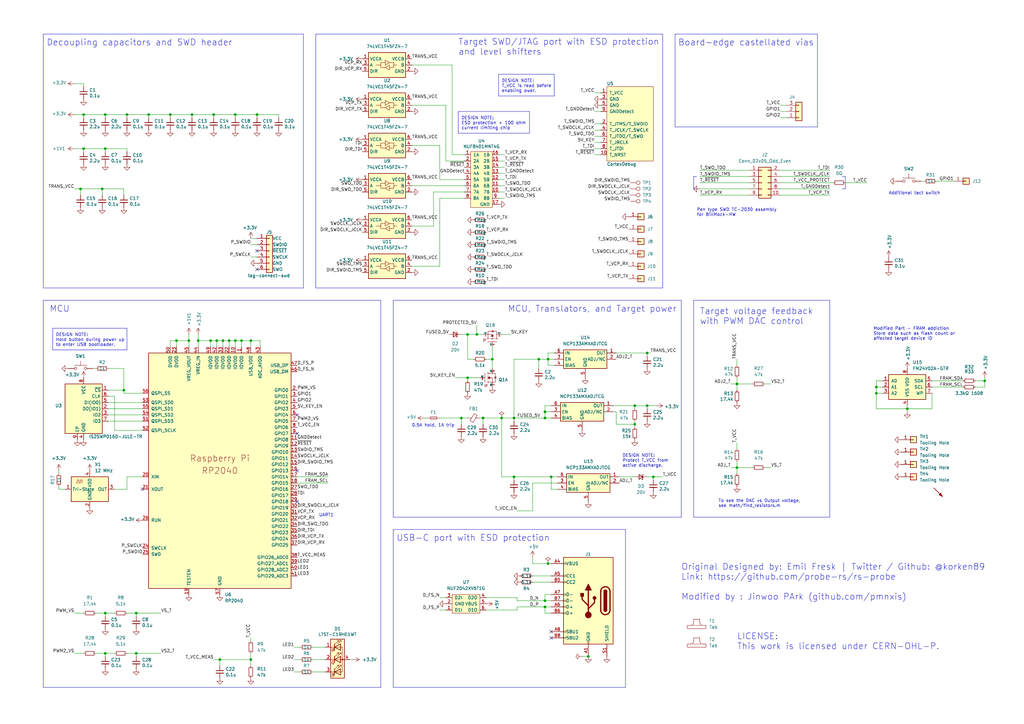
<source format=kicad_sch>
(kicad_sch (version 20230121) (generator eeschema)
  (paper "A3")
  (title_block (title "The Rusty Probe (HandyJig Mod)") (date "2024-02-10") (rev "A (Handy Jig Mod)"))
  (junction (at 78.74 46.99))
  (junction (at 220.98 147.32))
  (junction (at 33.02 77.47))
  (junction (at 52.07 46.99))
  (junction (at 43.18 60.96))
  (junction (at 93.98 139.7))
  (junction (at 34.29 60.96))
  (junction (at 91.44 139.7))
  (junction (at 81.28 139.7))
  (junction (at 260.35 166.37))
  (junction (at 96.52 46.99))
  (junction (at 302.26 191.77))
  (junction (at 372.11 167.64))
  (junction (at 55.88 251.46))
  (junction (at 72.39 139.7))
  (junction (at 102.87 139.7))
  (junction (at 265.43 166.37))
  (junction (at 260.35 173.99))
  (junction (at 198.12 171.45))
  (junction (at 41.91 77.47))
  (junction (at 359.41 161.29))
  (junction (at 359.41 158.75))
  (junction (at 43.18 267.97))
  (junction (at 69.85 46.99))
  (junction (at 224.79 147.32))
  (junction (at 223.52 246.38))
  (junction (at 102.87 270.51))
  (junction (at 241.3 269.24))
  (junction (at 403.86 156.21))
  (junction (at 86.36 139.7))
  (junction (at 88.9 139.7))
  (junction (at 223.52 171.45))
  (junction (at 210.82 195.58))
  (junction (at 96.52 139.7))
  (junction (at 191.77 137.16))
  (junction (at 195.58 137.16))
  (junction (at 205.74 171.45))
  (junction (at 210.82 171.45))
  (junction (at 223.52 168.91))
  (junction (at 90.17 270.51))
  (junction (at 55.88 267.97))
  (junction (at 265.43 144.78))
  (junction (at 77.47 139.7))
  (junction (at 87.63 46.99))
  (junction (at 50.8 160.02))
  (junction (at 99.06 139.7))
  (junction (at 302.26 157.48))
  (junction (at 191.77 154.94))
  (junction (at 226.06 195.58))
  (junction (at 34.29 46.99))
  (junction (at 43.18 46.99))
  (junction (at 105.41 46.99))
  (junction (at 267.97 195.58))
  (junction (at 43.18 251.46))
  (junction (at 223.52 248.92))
  (junction (at 224.79 231.14))
  (junction (at 60.96 46.99))
  (junction (at 189.23 171.45))
  (junction (at 201.93 147.32))
  (no_connect (at 226.06 261.62))
  (no_connect (at 105.41 110.49))
  (no_connect (at 58.42 200.66))
  (no_connect (at 226.06 259.08))
  (no_connect (at 121.92 170.18))
  (no_connect (at 121.92 205.74))
  (no_connect (at 121.92 193.04))
  (no_connect (at 105.41 102.87))
  (no_connect (at 121.92 177.8))
  (wire (pts (xy 168.91 26.67) (xy 185.42 26.67)))
  (wire (pts (xy 121.92 198.12) (xy 134.62 198.12)))
  (wire (pts (xy 195.58 133.35) (xy 195.58 137.16)))
  (wire (pts (xy 359.41 158.75) (xy 361.95 158.75)))
  (wire (pts (xy 102.87 97.79) (xy 105.41 97.79)))
  (wire (pts (xy 403.86 156.21) (xy 403.86 158.75)))
  (wire (pts (xy 177.8 92.71) (xy 177.8 78.74)))
  (wire (pts (xy 359.41 156.21) (xy 359.41 158.75)))
  (polyline (pts (xy 21.59 134.62) (xy 52.07 134.62)))
  (wire (pts (xy 78.74 46.99) (xy 87.63 46.99)))
  (wire (pts (xy 33.02 77.47) (xy 33.02 80.01)))
  (wire (pts (xy 226.06 251.46) (xy 223.52 251.46)))
  (wire (pts (xy 44.45 160.02) (xy 50.8 160.02)))
  (wire (pts (xy 190.5 66.04) (xy 182.88 66.04)))
  (wire (pts (xy 44.45 172.72) (xy 58.42 172.72)))
  (wire (pts (xy 77.47 139.7) (xy 77.47 142.24)))
  (wire (pts (xy 287.02 69.85) (xy 307.34 69.85)))
  (wire (pts (xy 55.88 267.97) (xy 55.88 269.24)))
  (wire (pts (xy 205.74 137.16) (xy 209.55 137.16)))
  (wire (pts (xy 302.26 157.48) (xy 302.26 160.02)))
  (wire (pts (xy 307.34 77.47) (xy 287.02 77.47)))
  (wire (pts (xy 260.35 166.37) (xy 265.43 166.37)))
  (polyline (pts (xy 346.71 72.39) (xy 346.71 77.47)))
  (polyline (pts (xy 217.17 54.61) (xy 187.96 54.61)))
  (wire (pts (xy 316.23 191.77) (xy 313.69 191.77)))
  (wire (pts (xy 96.52 46.99) (xy 105.41 46.99)))
  (wire (pts (xy 180.34 245.11) (xy 182.88 245.11)))
  (wire (pts (xy 246.38 60.96) (xy 243.84 60.96)))
  (wire (pts (xy 93.98 139.7) (xy 96.52 139.7)))
  (wire (pts (xy 210.82 171.45) (xy 210.82 172.72)))
  (wire (pts (xy 220.98 147.32) (xy 220.98 151.13)))
  (polyline (pts (xy 256.54 217.17) (xy 256.54 281.94)))
  (wire (pts (xy 50.8 161.29) (xy 58.42 161.29)))
  (polyline (pts (xy 271.78 118.11) (xy 129.54 118.11)))
  (wire (pts (xy 198.12 171.45) (xy 205.74 171.45)))
  (wire (pts (xy 96.52 46.99) (xy 96.52 48.26)))
  (wire (pts (xy 243.84 38.1) (xy 246.38 38.1)))
  (wire (pts (xy 246.38 63.5) (xy 243.84 63.5)))
  (polyline (pts (xy 340.36 212.09) (xy 340.36 123.19)))
  (wire (pts (xy 403.86 154.94) (xy 403.86 156.21)))
  (wire (pts (xy 60.96 46.99) (xy 69.85 46.99)))
  (wire (pts (xy 106.68 139.7) (xy 106.68 142.24)))
  (wire (pts (xy 41.91 77.47) (xy 41.91 80.01)))
  (wire (pts (xy 226.06 168.91) (xy 223.52 168.91)))
  (wire (pts (xy 121.92 195.58) (xy 134.62 195.58)))
  (wire (pts (xy 227.33 149.86) (xy 224.79 149.86)))
  (wire (pts (xy 382.27 158.75) (xy 394.97 158.75)))
  (wire (pts (xy 199.39 147.32) (xy 201.93 147.32)))
  (wire (pts (xy 168.91 59.69) (xy 180.34 59.69)))
  (wire (pts (xy 252.73 173.99) (xy 260.35 173.99)))
  (wire (pts (xy 320.04 77.47) (xy 340.36 77.47)))
  (wire (pts (xy 44.45 165.1) (xy 58.42 165.1)))
  (polyline (pts (xy 227.33 39.37) (xy 204.47 39.37)))
  (wire (pts (xy 226.06 248.92) (xy 223.52 248.92)))
  (wire (pts (xy 320.04 48.26) (xy 322.58 48.26)))
  (wire (pts (xy 377.825 74.295) (xy 379.095 74.295)))
  (wire (pts (xy 55.88 251.46) (xy 55.88 252.73)))
  (wire (pts (xy 86.36 139.7) (xy 86.36 142.24)))
  (polyline (pts (xy 335.28 13.97) (xy 335.28 52.07)))
  (wire (pts (xy 185.42 26.67) (xy 185.42 63.5)))
  (wire (pts (xy 194.31 147.32) (xy 191.77 147.32)))
  (wire (pts (xy 30.48 77.47) (xy 33.02 77.47)))
  (wire (pts (xy 302.26 157.48) (xy 308.61 157.48)))
  (wire (pts (xy 204.47 71.12) (xy 207.01 71.12)))
  (wire (pts (xy 43.18 267.97) (xy 46.99 267.97)))
  (wire (pts (xy 361.95 156.21) (xy 359.41 156.21)))
  (wire (pts (xy 251.46 168.91) (xy 252.73 168.91)))
  (polyline (pts (xy 204.47 39.37) (xy 204.47 30.48)))
  (wire (pts (xy 299.72 191.77) (xy 302.26 191.77)))
  (wire (pts (xy 102.87 100.33) (xy 105.41 100.33)))
  (polyline (pts (xy 161.29 281.94) (xy 161.29 217.17)))
  (wire (pts (xy 204.47 76.2) (xy 207.01 76.2)))
  (wire (pts (xy 43.18 251.46) (xy 43.18 252.73)))
  (wire (pts (xy 204.47 78.74) (xy 207.01 78.74)))
  (wire (pts (xy 205.74 171.45) (xy 210.82 171.45)))
  (wire (pts (xy 46.99 162.56) (xy 44.45 162.56)))
  (wire (pts (xy 238.76 269.24) (xy 241.3 269.24)))
  (wire (pts (xy 267.97 195.58) (xy 267.97 196.85)))
  (polyline (pts (xy 17.78 118.11) (xy 17.78 13.97)))
  (wire (pts (xy 196.85 171.45) (xy 198.12 171.45)))
  (polyline (pts (xy 124.46 118.11) (xy 17.78 118.11)))
  (wire (pts (xy 391.16 74.295) (xy 384.175 74.295)))
  (wire (pts (xy 246.38 50.8) (xy 243.84 50.8)))
  (polyline (pts (xy 187.96 45.72) (xy 217.17 45.72)))
  (wire (pts (xy 243.84 58.42) (xy 246.38 58.42)))
  (wire (pts (xy 168.91 76.2) (xy 190.5 76.2)))
  (wire (pts (xy 52.07 251.46) (xy 55.88 251.46)))
  (wire (pts (xy 43.18 267.97) (xy 43.18 269.24)))
  (wire (pts (xy 81.28 139.7) (xy 86.36 139.7)))
  (wire (pts (xy 55.88 267.97) (xy 66.04 267.97)))
  (wire (pts (xy 186.69 154.94) (xy 191.77 154.94)))
  (wire (pts (xy 210.82 195.58) (xy 210.82 196.85)))
  (wire (pts (xy 199.39 250.19) (xy 212.09 250.19)))
  (wire (pts (xy 88.9 139.7) (xy 91.44 139.7)))
  (polyline (pts (xy 335.28 52.07) (xy 276.86 52.07)))
  (wire (pts (xy 50.8 160.02) (xy 50.8 161.29)))
  (wire (pts (xy 96.52 139.7) (xy 99.06 139.7)))
  (wire (pts (xy 30.48 267.97) (xy 34.29 267.97)))
  (wire (pts (xy 201.93 142.24) (xy 201.93 147.32)))
  (wire (pts (xy 320.04 69.85) (xy 340.36 69.85)))
  (wire (pts (xy 359.41 161.29) (xy 359.41 167.64)))
  (wire (pts (xy 55.88 251.46) (xy 66.04 251.46)))
  (wire (pts (xy 30.48 251.46) (xy 34.29 251.46)))
  (wire (pts (xy 207.01 73.66) (xy 204.47 73.66)))
  (wire (pts (xy 252.73 144.78) (xy 265.43 144.78)))
  (wire (pts (xy 34.29 60.96) (xy 34.29 62.23)))
  (polyline (pts (xy 276.86 52.07) (xy 276.86 13.97)))
  (polyline (pts (xy 156.21 123.19) (xy 156.21 281.94)))
  (wire (pts (xy 189.23 137.16) (xy 191.77 137.16)))
  (wire (pts (xy 105.41 46.99) (xy 114.3 46.99)))
  (polyline (pts (xy 17.78 13.97) (xy 124.46 13.97)))
  (wire (pts (xy 91.44 139.7) (xy 93.98 139.7)))
  (wire (pts (xy 224.79 147.32) (xy 220.98 147.32)))
  (polyline (pts (xy 279.4 123.19) (xy 279.4 212.09)))
  (wire (pts (xy 30.48 46.99) (xy 34.29 46.99)))
  (polyline (pts (xy 227.33 30.48) (xy 227.33 39.37)))
  (wire (pts (xy 320.04 43.18) (xy 322.58 43.18)))
  (wire (pts (xy 180.34 109.22) (xy 180.34 81.28)))
  (polyline (pts (xy 161.29 217.17) (xy 256.54 217.17)))
  (wire (pts (xy 299.72 157.48) (xy 302.26 157.48)))
  (wire (pts (xy 210.82 171.45) (xy 223.52 171.45)))
  (wire (pts (xy 212.09 248.92) (xy 223.52 248.92)))
  (wire (pts (xy 26.67 200.66) (xy 24.13 200.66)))
  (polyline (pts (xy 284.48 72.39) (xy 284.48 77.47)))
  (wire (pts (xy 34.29 46.99) (xy 34.29 48.26)))
  (wire (pts (xy 114.3 46.99) (xy 114.3 48.26)))
  (polyline (pts (xy 17.78 281.94) (xy 17.78 123.19)))
  (wire (pts (xy 44.45 151.13) (xy 50.8 151.13)))
  (wire (pts (xy 52.07 267.97) (xy 55.88 267.97)))
  (wire (pts (xy 50.8 77.47) (xy 50.8 80.01)))
  (wire (pts (xy 212.09 245.11) (xy 212.09 246.38)))
  (wire (pts (xy 46.99 176.53) (xy 46.99 162.56)))
  (wire (pts (xy 133.35 275.59) (xy 128.27 275.59)))
  (wire (pts (xy 220.98 147.32) (xy 210.82 147.32)))
  (wire (pts (xy 60.96 46.99) (xy 60.96 48.26)))
  (wire (pts (xy 223.52 243.84) (xy 223.52 246.38)))
  (wire (pts (xy 224.79 144.78) (xy 227.33 144.78)))
  (wire (pts (xy 191.77 147.32) (xy 191.77 137.16)))
  (wire (pts (xy 223.52 251.46) (xy 223.52 248.92)))
  (wire (pts (xy 346.71 74.93) (xy 355.6 74.93)))
  (polyline (pts (xy 217.17 45.72) (xy 217.17 54.61)))
  (wire (pts (xy 226.06 200.66) (xy 226.06 195.58)))
  (wire (pts (xy 204.47 81.28) (xy 207.01 81.28)))
  (polyline (pts (xy 52.07 134.62) (xy 52.07 143.51)))
  (wire (pts (xy 34.29 46.99) (xy 43.18 46.99)))
  (wire (pts (xy 302.26 191.77) (xy 308.61 191.77)))
  (wire (pts (xy 205.74 171.45) (xy 205.74 195.58)))
  (wire (pts (xy 228.6 200.66) (xy 226.06 200.66)))
  (wire (pts (xy 189.23 171.45) (xy 191.77 171.45)))
  (wire (pts (xy 252.73 168.91) (xy 252.73 173.99)))
  (wire (pts (xy 72.39 139.7) (xy 72.39 142.24)))
  (wire (pts (xy 77.47 139.7) (xy 72.39 139.7)))
  (wire (pts (xy 72.39 139.7) (xy 69.85 139.7)))
  (polyline (pts (xy 156.21 281.94) (xy 17.78 281.94)))
  (wire (pts (xy 120.65 265.43) (xy 123.19 265.43)))
  (wire (pts (xy 320.04 72.39) (xy 340.36 72.39)))
  (wire (pts (xy 224.79 147.32) (xy 224.79 144.78)))
  (wire (pts (xy 44.45 167.64) (xy 58.42 167.64)))
  (wire (pts (xy 96.52 139.7) (xy 96.52 142.24)))
  (wire (pts (xy 87.63 46.99) (xy 96.52 46.99)))
  (wire (pts (xy 180.34 171.45) (xy 189.23 171.45)))
  (wire (pts (xy 191.77 154.94) (xy 191.77 156.21)))
  (polyline (pts (xy 17.78 123.19) (xy 156.21 123.19)))
  (wire (pts (xy 265.43 195.58) (xy 267.97 195.58)))
  (wire (pts (xy 78.74 46.99) (xy 78.74 48.26)))
  (wire (pts (xy 320.04 45.72) (xy 322.58 45.72)))
  (wire (pts (xy 207.01 66.04) (xy 204.47 66.04)))
  (wire (pts (xy 180.34 250.19) (xy 182.88 250.19)))
  (wire (pts (xy 302.26 147.32) (xy 302.26 149.86)))
  (wire (pts (xy 307.34 72.39) (xy 287.02 72.39)))
  (wire (pts (xy 372.11 167.64) (xy 372.11 168.91)))
  (wire (pts (xy 34.29 35.56) (xy 34.29 34.29)))
  (wire (pts (xy 223.52 166.37) (xy 226.06 166.37)))
  (wire (pts (xy 226.06 195.58) (xy 228.6 195.58)))
  (wire (pts (xy 168.91 92.71) (xy 177.8 92.71)))
  (wire (pts (xy 182.88 66.04) (xy 182.88 43.18)))
  (wire (pts (xy 168.91 109.22) (xy 180.34 109.22)))
  (wire (pts (xy 254 195.58) (xy 260.35 195.58)))
  (wire (pts (xy 24.13 200.66) (xy 24.13 199.39)))
  (wire (pts (xy 265.43 166.37) (xy 265.43 167.64)))
  (wire (pts (xy 359.41 167.64) (xy 372.11 167.64)))
  (wire (pts (xy 224.79 149.86) (xy 224.79 147.32)))
  (wire (pts (xy 88.9 139.7) (xy 88.9 142.24)))
  (wire (pts (xy 302.26 181.61) (xy 302.26 184.15)))
  (wire (pts (xy 128.27 270.51) (xy 133.35 270.51)))
  (wire (pts (xy 58.42 176.53) (xy 46.99 176.53)))
  (wire (pts (xy 69.85 46.99) (xy 69.85 48.26)))
  (wire (pts (xy 43.18 60.96) (xy 43.18 62.23)))
  (wire (pts (xy 267.97 195.58) (xy 271.78 195.58)))
  (wire (pts (xy 223.52 168.91) (xy 223.52 166.37)))
  (wire (pts (xy 260.35 173.99) (xy 260.35 175.26)))
  (polyline (pts (xy 271.78 13.97) (xy 271.78 118.11)))
  (wire (pts (xy 265.43 166.37) (xy 269.24 166.37)))
  (wire (pts (xy 180.34 81.28) (xy 190.5 81.28)))
  (wire (pts (xy 50.8 151.13) (xy 50.8 160.02)))
  (polyline (pts (xy 284.48 123.19) (xy 284.48 212.09)))
  (wire (pts (xy 191.77 154.94) (xy 196.85 154.94)))
  (wire (pts (xy 30.48 60.96) (xy 34.29 60.96)))
  (wire (pts (xy 223.52 171.45) (xy 223.52 168.91)))
  (wire (pts (xy 46.99 200.66) (xy 52.07 200.66)))
  (polyline (pts (xy 129.54 118.11) (xy 129.54 13.97)))
  (wire (pts (xy 226.06 171.45) (xy 223.52 171.45)))
  (wire (pts (xy 218.44 231.14) (xy 218.44 228.6)))
  (wire (pts (xy 372.11 166.37) (xy 372.11 167.64)))
  (wire (pts (xy 93.98 139.7) (xy 93.98 142.24)))
  (wire (pts (xy 189.23 171.45) (xy 189.23 173.99)))
  (wire (pts (xy 90.17 270.51) (xy 87.63 270.51)))
  (wire (pts (xy 218.44 236.22) (xy 226.06 236.22)))
  (wire (pts (xy 195.58 137.16) (xy 198.12 137.16)))
  (wire (pts (xy 102.87 270.51) (xy 102.87 267.97)))
  (wire (pts (xy 87.63 46.99) (xy 87.63 48.26)))
  (wire (pts (xy 43.18 251.46) (xy 46.99 251.46)))
  (polyline (pts (xy 204.47 30.48) (xy 227.33 30.48)))
  (polyline (pts (xy 161.29 212.09) (xy 161.29 123.19)))
  (wire (pts (xy 205.74 195.58) (xy 210.82 195.58)))
  (wire (pts (xy 246.38 53.34) (xy 243.84 53.34)))
  (wire (pts (xy 43.18 60.96) (xy 52.07 60.96)))
  (polyline (pts (xy 279.4 212.09) (xy 161.29 212.09)))
  (wire (pts (xy 204.47 68.58) (xy 207.01 68.58)))
  (wire (pts (xy 260.35 172.72) (xy 260.35 173.99)))
  (polyline (pts (xy 124.46 13.97) (xy 124.46 118.11)))
  (wire (pts (xy 316.23 157.48) (xy 313.69 157.48)))
  (wire (pts (xy 39.37 267.97) (xy 43.18 267.97)))
  (wire (pts (xy 52.07 46.99) (xy 60.96 46.99)))
  (wire (pts (xy 102.87 139.7) (xy 102.87 142.24)))
  (wire (pts (xy 382.27 156.21) (xy 394.97 156.21)))
  (wire (pts (xy 212.09 248.92) (xy 212.09 250.19)))
  (wire (pts (xy 210.82 147.32) (xy 210.82 171.45)))
  (wire (pts (xy 52.07 200.66) (xy 52.07 195.58)))
  (wire (pts (xy 34.29 60.96) (xy 43.18 60.96)))
  (wire (pts (xy 77.47 137.16) (xy 77.47 139.7)))
  (polyline (pts (xy 284.48 212.09) (xy 340.36 212.09)))
  (wire (pts (xy 246.38 55.88) (xy 243.84 55.88)))
  (polyline (pts (xy 21.59 143.51) (xy 21.59 134.62)))
  (wire (pts (xy 41.91 77.47) (xy 50.8 77.47)))
  (wire (pts (xy 201.93 147.32) (xy 201.93 151.13)))
  (wire (pts (xy 44.45 170.18) (xy 58.42 170.18)))
  (wire (pts (xy 180.34 59.69) (xy 180.34 73.66)))
  (wire (pts (xy 182.88 43.18) (xy 168.91 43.18)))
  (wire (pts (xy 102.87 273.05) (xy 102.87 270.51)))
  (polyline (pts (xy 276.86 13.97) (xy 335.28 13.97)))
  (wire (pts (xy 30.48 34.29) (xy 34.29 34.29)))
  (wire (pts (xy 251.46 166.37) (xy 260.35 166.37)))
  (wire (pts (xy 320.04 74.93) (xy 341.63 74.93)))
  (wire (pts (xy 265.43 144.78) (xy 266.7 144.78)))
  (wire (pts (xy 52.07 195.58) (xy 58.42 195.58)))
  (wire (pts (xy 52.07 46.99) (xy 52.07 48.26)))
  (wire (pts (xy 24.13 193.04) (xy 24.13 194.31)))
  (wire (pts (xy 218.44 209.55) (xy 212.09 209.55)))
  (wire (pts (xy 175.26 171.45) (xy 173.99 171.45)))
  (polyline (pts (xy 161.29 123.19) (xy 279.4 123.19)))
  (wire (pts (xy 372.11 167.64) (xy 382.27 167.64)))
  (wire (pts (xy 123.19 270.51) (xy 120.65 270.51)))
  (wire (pts (xy 287.02 80.01) (xy 307.34 80.01)))
  (polyline (pts (xy 345.44 72.39) (xy 346.71 72.39)))
  (wire (pts (xy 212.09 246.38) (xy 223.52 246.38)))
  (wire (pts (xy 86.36 139.7) (xy 88.9 139.7)))
  (wire (pts (xy 43.18 46.99) (xy 52.07 46.99)))
  (polyline (pts (xy 345.44 77.47) (xy 346.71 77.47)))
  (polyline (pts (xy 187.96 54.61) (xy 187.96 45.72)))
  (polyline (pts (xy 129.54 13.97) (xy 271.78 13.97)))
  (wire (pts (xy 102.87 261.62) (xy 102.87 262.89)))
  (wire (pts (xy 302.26 189.23) (xy 302.26 191.77)))
  (polyline (pts (xy 340.36 123.19) (xy 284.48 123.19)))
  (wire (pts (xy 224.79 231.14) (xy 218.44 231.14)))
  (wire (pts (xy 218.44 198.12) (xy 228.6 198.12)))
  (wire (pts (xy 177.8 78.74) (xy 190.5 78.74)))
  (wire (pts (xy 307.34 74.93) (xy 287.02 74.93)))
  (wire (pts (xy 204.47 63.5) (xy 207.01 63.5)))
  (polyline (pts (xy 284.48 77.47) (xy 285.75 77.47)))
  (wire (pts (xy 69.85 139.7) (xy 69.85 142.24)))
  (wire (pts (xy 90.17 270.51) (xy 90.17 273.05)))
  (wire (pts (xy 43.18 46.99) (xy 43.18 48.26)))
  (wire (pts (xy 382.27 167.64) (xy 382.27 161.29)))
  (wire (pts (xy 400.05 158.75) (xy 403.86 158.75)))
  (wire (pts (xy 102.87 270.51) (xy 90.17 270.51)))
  (wire (pts (xy 191.77 137.16) (xy 195.58 137.16)))
  (wire (pts (xy 302.26 191.77) (xy 302.26 194.31)))
  (wire (pts (xy 69.85 46.99) (xy 78.74 46.99)))
  (wire (pts (xy 81.28 139.7) (xy 81.28 142.24)))
  (wire (pts (xy 400.05 156.21) (xy 403.86 156.21)))
  (wire (pts (xy 102.87 105.41) (xy 105.41 105.41)))
  (wire (pts (xy 359.41 158.75) (xy 359.41 161.29)))
  (wire (pts (xy 128.27 265.43) (xy 133.35 265.43)))
  (wire (pts (xy 265.43 144.78) (xy 265.43 146.05)))
  (wire (pts (xy 120.65 275.59) (xy 123.19 275.59)))
  (wire (pts (xy 226.06 231.14) (xy 224.79 231.14)))
  (wire (pts (xy 226.06 238.76) (xy 218.44 238.76)))
  (wire (pts (xy 320.04 80.01) (xy 340.36 80.01)))
  (wire (pts (xy 52.07 60.96) (xy 52.07 62.23)))
  (wire (pts (xy 224.79 147.32) (xy 227.33 147.32)))
  (wire (pts (xy 81.28 137.16) (xy 81.28 139.7)))
  (wire (pts (xy 185.42 63.5) (xy 190.5 63.5)))
  (wire (pts (xy 38.1 151.13) (xy 39.37 151.13)))
  (polyline (pts (xy 285.75 72.39) (xy 284.48 72.39)))
  (wire (pts (xy 359.41 161.29) (xy 361.95 161.29)))
  (wire (pts (xy 210.82 195.58) (xy 226.06 195.58)))
  (wire (pts (xy 102.87 139.7) (xy 106.68 139.7)))
  (wire (pts (xy 198.12 171.45) (xy 198.12 173.99)))
  (polyline (pts (xy 256.54 281.94) (xy 161.29 281.94)))
  (wire (pts (xy 33.02 77.47) (xy 41.91 77.47)))
  (wire (pts (xy 39.37 251.46) (xy 43.18 251.46)))
  (wire (pts (xy 99.06 139.7) (xy 99.06 142.24)))
  (wire (pts (xy 243.84 45.72) (xy 246.38 45.72)))
  (wire (pts (xy 91.44 139.7) (xy 91.44 142.24)))
  (wire (pts (xy 223.52 246.38) (xy 226.06 246.38)))
  (wire (pts (xy 143.51 270.51) (xy 144.78 270.51)))
  (wire (pts (xy 226.06 243.84) (xy 223.52 243.84)))
  (polyline (pts (xy 52.07 143.51) (xy 21.59 143.51)))
  (wire (pts (xy 180.34 73.66) (xy 190.5 73.66)))
  (wire (pts (xy 218.44 198.12) (xy 218.44 209.55)))
  (wire (pts (xy 105.41 46.99) (xy 105.41 48.26)))
  (wire (pts (xy 199.39 245.11) (xy 212.09 245.11)))
  (wire (pts (xy 302.26 154.94) (xy 302.26 157.48)))
  (wire (pts (xy 99.06 139.7) (xy 102.87 139.7)))
  (wire (pts (xy 260.35 166.37) (xy 260.35 167.64)))
  (text "Target SWD/JTAG port with ESD protection\nand level shifters" (at 187.96 22.86 0) (effects (font (size 2.54 2.54)) (justify left bottom)))
  (text "Target voltage feedback \nwith PWM DAC control" (at 287.02 133.35 0) (effects (font (size 2.54 2.54)) (justify left bottom)))
  (text "To see the DAC vs Output voltage, \nsee math/find_resistors.m" (at 294.64 208.28 0) (effects (font (size 1.27 1.27)) (justify left bottom)))
  (text "USB-C port with ESD protection" (at 162.56 222.25 0) (effects (font (size 2.54 2.54)) (justify left bottom)))
  (text "DESIGN NOTE:\nT_VCC is read before \nenabling ower." (at 205.74 38.1 0) (effects (font (size 1.27 1.27)) (justify left bottom)))
  (text "Original Designed by: Emil Fresk | Twitter / Github: @korken89\nLink: https://github.com/probe-rs/rs-probe\n\nModified by : Jinwoo PArk (github.com/pmnxis)" (at 279.4 246.38 0) (effects (font (size 2.54 2.54)) (justify left bottom)))
  (text "Modified Part - FRAM addiction\nStore data such as flash count or\naffected target device ID" (at 358.14 139.7 0) (effects (font (size 1.27 1.27)) (justify left bottom)))
  (text "Board-edge castellated vias" (at 278.13 19.05 0) (effects (font (size 2.54 2.54)) (justify left bottom)))
  (text "DESIGN NOTE:\nESD protection + 100 ohm \ncurrent limiting chip" (at 189.23 53.34 0) (effects (font (size 1.27 1.27)) (justify left bottom)))
  (text "Pen type SWD TC-2030 assembly\nfor BillMock-HW" (at 285.75 88.9 0) (effects (font (size 1.27 1.27)) (justify left bottom)))
  (text "Decoupling capacitors and SWD header" (at 19.05 19.05 0) (effects (font (size 2.54 2.54)) (justify left bottom)))
  (text "MCU" (at 20.32 128.27 0) (effects (font (size 2.54 2.54)) (justify left bottom)))
  (text "0.5A hold, 1A trip" (at 168.91 175.26 0) (effects (font (size 1.27 1.27)) (justify left bottom)))
  (text "MCU, Translators, and Target power" (at 208.28 128.27 0) (effects (font (size 2.54 2.54)) (justify left bottom)))
  (text "DESIGN NOTE:\nProtect T_VCC from \nactive discharge." (at 255.27 191.77 0) (effects (font (size 1.27 1.27)) (justify left bottom)))
  (text "Additional tact switch" (at 364.49 80.01 0) (effects (font (size 1.27 1.27)) (justify left bottom)))
  (text "DESIGN NOTE:\nHold button during power up\nto enter USB bootloader." (at 22.86 142.24 0) (effects (font (size 1.27 1.27)) (justify left bottom)))
  (text "UART1" (at 130.81 212.09 0) (effects (font (size 1.27 1.27)) (justify left bottom)))
  (text "LICENSE:\nThis work is licensed under CERN-OHL-P." (at 302.26 266.7 0) (effects (font (size 2.54 2.54)) (justify left bottom)))
  (label "FUSED_5V" (at 184.15 137.16 180))
  (label "VCP_RX" (at 121.92 213.36 0))
  (label "T_VCC_EN" (at 121.92 175.26 0))
  (label "TRANS_VCC" (at 168.91 40.64 0))
  (label "DIR_SWDIO_TMS" (at 121.92 190.5 0))
  (label "FRAM_SCL" (at 134.62 198.12 180))
  (label "T_~{RESET}" (at 287.02 74.93 0))
  (label "T_SWDIO_TMS" (at 257.81 99.06 180))
  (label "GPIO1" (at 391.16 74.295 180))
  (label "SWDCLK_JCLK" (at 258.445 80.01 180))
  (label "TDI" (at 148.59 59.69 180))
  (label "DIR_TDI" (at 148.59 62.23 180))
  (label "ADJ2_T" (at 252.73 147.32 0))
  (label "TRANS_VCC" (at 168.91 106.68 0))
  (label "ADJ_T" (at 299.72 191.77 180))
  (label "FUSED_5V" (at 212.09 171.45 0))
  (label "GNDDetect" (at 121.92 180.34 0))
  (label "T_VCC" (at 102.87 261.62 90))
  (label "5V_KEY" (at 243.84 58.42 180))
  (label "DIR_VCP_TX" (at 148.59 45.72 180))
  (label "SWDIO_TMS" (at 148.59 109.22 180))
  (label "P_SWDIO" (at 102.87 100.33 180))
  (label "VS_T" (at 66.04 251.46 0))
  (label "T_SWDIO_TMS" (at 243.84 50.8 180))
  (label "T_SWDIO_TMS" (at 287.02 72.39 0))
  (label "T_TDI" (at 199.39 115.57 0))
  (label "FRAM_SCL" (at 394.97 158.75 180))
  (label "ADJ_T" (at 254 198.12 0))
  (label "PWM2_VS" (at 30.48 267.97 180))
  (label "TRANS_VCC" (at 168.91 73.66 0))
  (label "LED1" (at 120.65 265.43 180))
  (label "T_TDI" (at 340.36 69.85 180))
  (label "T_VCP_RX" (at 287.02 80.01 0))
  (label "DIR_SWDCLK_JCLK" (at 148.59 95.25 180))
  (label "T_GNDDetect" (at 243.84 45.72 180))
  (label "PROTECTED_5V" (at 195.58 133.35 180))
  (label "GPIO1" (at 320.04 45.72 180))
  (label "D_FS_N" (at 180.34 245.11 180))
  (label "T_VCP_TX" (at 199.39 90.17 0))
  (label "~{RESET}" (at 121.92 182.88 0))
  (label "TRANS_VCC" (at 30.48 77.47 180))
  (label "TDI" (at 121.92 203.2 0))
  (label "VS_T" (at 316.23 191.77 0))
  (label "VCP_RX" (at 148.59 26.67 180))
  (label "FRAM_SDA" (at 394.97 156.21 180))
  (label "T_VCC_MEAS" (at 87.63 270.51 180))
  (label "TRANS_VCC" (at 168.91 90.17 0))
  (label "T_VCC_PROTECT" (at 340.36 74.93 180))
  (label "DIR_SWDIO_TMS" (at 258.445 74.93 180))
  (label "DIR_SWO_TDO" (at 148.59 78.74 180))
  (label "GPIO2" (at 320.04 48.26 180))
  (label "~{RESET}" (at 190.5 68.58 180))
  (label "LED1" (at 121.92 233.68 0))
  (label "DIR_VCP_RX" (at 148.59 29.21 180))
  (label "SWDCLK_JCLK" (at 148.59 92.71 180))
  (label "T_SWDCLK_JCLK" (at 257.81 104.14 180))
  (label "T_VCP_RX" (at 207.01 63.5 0))
  (label "T_SWO_TDO" (at 199.39 110.49 0))
  (label "TRANS_VCC" (at 168.91 24.13 0))
  (label "T_VCC" (at 257.81 93.98 180))
  (label "T_VCP_TX" (at 340.36 80.01 180))
  (label "LED3" (at 120.65 275.59 180))
  (label "GPIO1" (at 121.92 162.56 0))
  (label "DIR_VCP_RX" (at 121.92 223.52 0))
  (label "T_TDI" (at 207.01 73.66 0))
  (label "T_GNDDetect" (at 207.01 71.12 0))
  (label "T_VCP_TX" (at 257.81 114.3 180))
  (label "P_SWCLK" (at 58.42 224.79 180))
  (label "DIR_SWDIO_TMS" (at 148.59 111.76 180))
  (label "SWDIO_TMS" (at 121.92 185.42 0))
  (label "T_SWDCLK_JCLK" (at 340.36 72.39 180))
  (label "T_VCC" (at 243.84 38.1 180))
  (label "T_VCP_RX" (at 199.39 95.25 0))
  (label "TRANS_VCC" (at 168.91 57.15 0))
  (label "VS2_T" (at 66.04 267.97 0))
  (label "VCP_TX" (at 148.59 43.18 180))
  (label "GPIO2" (at 121.92 165.1 0))
  (label "5V_KEY_EN" (at 121.92 167.64 0))
  (label "PWM_VS" (at 121.92 160.02 0))
  (label "SWO_TDO" (at 148.59 76.2 180))
  (label "T_VCP_TX" (at 207.01 66.04 0))
  (label "LED3" (at 121.92 236.22 0))
  (label "T_VCC" (at 355.6 74.93 180))
  (label "D_P" (at 220.98 248.92 180))
  (label "T_VCC" (at 302.26 181.61 90))
  (label "FRAM_SDA" (at 134.62 195.58 180))
  (label "T_VCC" (at 320.04 43.18 180))
  (label "DIR_TDI" (at 121.92 218.44 0))
  (label "D_N" (at 220.98 246.38 180))
  (label "T_VCC_MEAS" (at 121.92 228.6 0))
  (label "T_SWDIO_TMS" (at 199.39 100.33 0))
  (label "T_VCP_RX" (at 257.81 109.22 180))
  (label "T_SWDCLK_JCLK" (at 199.39 105.41 0))
  (label "DIR_SWDCLK_JCLK" (at 121.92 208.28 0))
  (label "SWO_TDO" (at 121.92 200.66 0))
  (label "D_FS_P" (at 180.34 250.19 180))
  (label "VS2_T" (at 316.23 157.48 0))
  (label "VCP_TX" (at 121.92 210.82 0))
  (label "T_VCC_EN" (at 212.09 209.55 180))
  (label "DIR_VCP_TX" (at 121.92 220.98 0))
  (label "T_SWDIO_TMS" (at 207.01 81.28 0))
  (label "SWDCLK_JCLK" (at 121.92 187.96 0))
  (label "T_SWDCLK_JCLK" (at 207.01 78.74 0))
  (label "D_FS_P" (at 121.92 149.86 0))
  (label "P_SWDIO" (at 58.42 227.33 180))
  (label "T_SWO_TDO" (at 207.01 76.2 0))
  (label "D_FS_N" (at 121.92 152.4 0))
  (label "LED2" (at 120.65 270.51 180))
  (label "T_GNDDetect" (at 340.36 77.47 180))
  (label "DIR_SWDCLK_JCLK" (at 258.445 77.47 180))
  (label "PWM_VS" (at 30.48 251.46 180))
  (label "T_SWDCLK_JCLK" (at 243.84 53.34 180))
  (label "TRANS_VCC" (at 266.7 144.78 0))
  (label "GNDDetect" (at 190.5 71.12 180))
  (label "T_TDI" (at 243.84 60.96 180))
  (label "T_SWO_TDO" (at 243.84 55.88 180))
  (label "ADJ2_T" (at 299.72 157.48 180))
  (label "LED2" (at 121.92 231.14 0))
  (label "SWDIO_TMS" (at 258.445 82.55 180))
  (label "DIR_SWO_TDO" (at 121.92 215.9 0))
  (label "T_~{RESET}" (at 207.01 68.58 0))
  (label "5V_KEY_EN" (at 186.69 154.94 180))
  (label "T_~{RESET}" (at 243.84 63.5 180))
  (label "TRANS_VCC" (at 302.26 147.32 90))
  (label "T_VCC" (at 271.78 195.58 0))
  (label "P_SWCLK" (at 102.87 105.41 180))
  (label "5V_KEY" (at 209.55 137.16 0))
  (label "PWM2_VS" (at 121.92 172.72 0))
  (label "T_SWO_TDO" (at 287.02 69.85 0))
  (symbol (lib_id "Connector:USB_C_Receptacle_USB2.0") (at 241.3 246.38 0) (mirror y) (unit 1)
    (property "Reference" "J1" (at 240.03 227.33 0) (effects (justify right)))
    (property "Value" "USB_C_Receptacle_USB2.0" (effects hide))
    (property "Footprint" "connectors:USB_C_Receptacle_USB4105" (effects hide))
    (property "Datasheet" "https://www.usb.org/sites/default/files/documents/usb_type-c.zip" (effects hide))
    (property "MFPN" "C167321 (lcsc.com)" (effects hide))
    (property "LCSC" "C167321" (effects hide))
    (property "JLCPCB Position Offset" "0,1.4" (effects hide))
  )
  (symbol (lib_id "power:GND") (at 248.92 269.24 0) (unit 1)
    (property "Reference" "#PWR06" (effects hide))
    (property "Value" "GND" (effects hide))
  )
  (symbol (lib_id "power:GND") (at 241.3 269.24 0) (unit 1)
    (property "Reference" "#PWR05" (effects hide))
    (property "Value" "GND" (effects hide))
  )
  (symbol (lib_id "Device:C_Small") (at 52.07 50.8 0) (unit 1)
    (property "Reference" "C9" (at 54.4068 49.6316 0) (effects (justify left)))
    (property "Value" "0.1u" (at 54.4068 51.943 0) (effects (justify left)))
    (property "Footprint" "passive:C_0402" (effects hide))
    (property "Tolerance" "25V, X7R" (effects hide))
    (property "LCSC" "C307331" (effects hide))
    (property "MFPN" "CL05B104KB54PNC" (effects hide))
  )
  (symbol (lib_id "Device:C_Small") (at 34.29 50.8 0) (unit 1)
    (property "Reference" "C3" (at 36.6268 49.6316 0) (effects (justify left)))
    (property "Value" "2.2u" (at 36.6268 51.943 0) (effects (justify left)))
    (property "Footprint" "passive:C_0402" (effects hide))
    (property "Tolerance" "10V, X5R" (effects hide))
    (property "LCSC" "C170151" (effects hide))
    (property "MFPN" "CL05A225KO5NQNC" (effects hide))
  )
  (symbol (lib_id "Device:LED_RGBA") (at 138.43 270.51 0) (unit 1)
    (property "Reference" "D1" (at 138.43 257.8862 0))
    (property "Value" "LTST-C19HE1WT" (at 138.43 260.1976 0))
    (property "Footprint" "LED_SMD:LED_LiteOn_LTST-C19HE1WT" (effects hide))
    (property "Datasheet" "https://optoelectronics.liteon.com/upload/download/DS22-2008-0044/LTST-C19HE1WT.pdf" (effects hide))
    (property "MFPN" "LTST-C19HE1WT or  ‎IN-S66TBTRGB‎" (effects hide))
    (property "LCSC" "C458749" (effects hide))
    (property "Alternative" "C427425, C458749" (effects hide))
  )
  (symbol (lib_id "Device:C_Small") (at 265.43 170.18 0) (unit 1)
    (property "Reference" "C25" (at 267.7668 169.0116 0) (effects (justify left)))
    (property "Value" "2.2u" (at 267.7668 171.323 0) (effects (justify left)))
    (property "Footprint" "passive:C_0402" (effects hide))
    (property "Tolerance" "10V, X5R" (effects hide))
    (property "LCSC" "C170151" (effects hide))
    (property "MFPN" "CL05A225KO5NQNC" (effects hide))
  )
  (symbol (lib_id "Device:R_Small") (at 215.9 236.22 270) (unit 1)
    (property "Reference" "R3" (at 215.9 233.68 90))
    (property "Value" "5.1k" (at 215.9 236.22 90))
    (property "Footprint" "passive:R_0402" (effects hide))
    (property "Tolerance" "1%" (effects hide))
    (property "LCSC" "C25905" (effects hide))
  )
  (symbol (lib_id "Device:R_Small") (at 215.9 238.76 270) (unit 1)
    (property "Reference" "R4" (at 215.9 241.4016 90))
    (property "Value" "5.1k" (at 215.9 238.76 90))
    (property "Footprint" "passive:R_0402" (effects hide))
    (property "Tolerance" "1%" (effects hide))
    (property "LCSC" "C25905" (effects hide))
  )
  (symbol (lib_id "power:GND") (at 213.36 236.22 270) (unit 1)
    (property "Reference" "#PWR020" (effects hide))
    (property "Value" "GND" (effects hide))
  )
  (symbol (lib_id "power:GND") (at 213.36 238.76 270) (unit 1)
    (property "Reference" "#PWR021" (effects hide))
    (property "Value" "GND" (effects hide))
  )
  (symbol (lib_id "Device:C_Small") (at 210.82 199.39 0) (unit 1)
    (property "Reference" "C26" (at 213.1568 198.2216 0) (effects (justify left)))
    (property "Value" "2.2u" (at 213.1568 200.533 0) (effects (justify left)))
    (property "Footprint" "passive:C_0402" (effects hide))
    (property "Tolerance" "10V, X5R" (effects hide))
    (property "LCSC" "C170151" (effects hide))
    (property "MFPN" "CL05A225KO5NQNC" (effects hide))
  )
  (symbol (lib_id "power:GND") (at 267.97 201.93 0) (unit 1)
    (property "Reference" "#PWR035" (effects hide))
    (property "Value" "GND" (effects hide))
  )
  (symbol (lib_id "power:GND") (at 210.82 201.93 0) (unit 1)
    (property "Reference" "#PWR032" (effects hide))
    (property "Value" "GND" (effects hide))
  )
  (symbol (lib_id "Device:C_Small") (at 267.97 199.39 0) (unit 1)
    (property "Reference" "C27" (at 270.3068 198.2216 0) (effects (justify left)))
    (property "Value" "2.2u" (at 270.3068 200.533 0) (effects (justify left)))
    (property "Footprint" "passive:C_0402" (effects hide))
    (property "Tolerance" "10V, X5R" (effects hide))
    (property "LCSC" "C170151" (effects hide))
    (property "MFPN" "CL05A225KO5NQNC" (effects hide))
  )
  (symbol (lib_id "power:+5V") (at 218.44 228.6 0) (unit 1)
    (property "Reference" "#PWR024" (effects hide))
    (property "Value" "+5V" (at 218.821 224.2058 0))
  )
  (symbol (lib_id "Device:C_Small") (at 210.82 175.26 0) (unit 1)
    (property "Reference" "C24" (at 213.1568 174.0916 0) (effects (justify left)))
    (property "Value" "2.2u" (at 213.1568 176.403 0) (effects (justify left)))
    (property "Footprint" "passive:C_0402" (effects hide))
    (property "Tolerance" "10V, X5R" (effects hide))
    (property "LCSC" "C170151" (effects hide))
    (property "MFPN" "CL05A225KO5NQNC" (effects hide))
  )
  (symbol (lib_id "power:+5V") (at 173.99 171.45 90) (unit 1)
    (property "Reference" "#PWR025" (effects hide))
    (property "Value" "+5V" (at 170.7388 171.069 90) (effects (justify left)))
  )
  (symbol (lib_id "power:+3.3V") (at 269.24 166.37 270) (unit 1)
    (property "Reference" "#PWR029" (effects hide))
    (property "Value" "+3.3V" (at 272.4912 166.751 90) (effects (justify left)))
  )
  (symbol (lib_id "power:GND") (at 265.43 172.72 0) (unit 1)
    (property "Reference" "#PWR028" (effects hide))
    (property "Value" "GND" (effects hide))
  )
  (symbol (lib_id "power:GND") (at 241.3 205.74 0) (unit 1)
    (property "Reference" "#PWR027" (effects hide))
    (property "Value" "GND" (effects hide))
  )
  (symbol (lib_id "power:GND") (at 210.82 177.8 0) (unit 1)
    (property "Reference" "#PWR026" (effects hide))
    (property "Value" "GND" (effects hide))
  )
  (symbol (lib_id "connectors:Cortex-Debug") (at 248.92 35.56 0) (unit 1)
    (property "Reference" "U5" (at 248.92 34.29 0) (effects (justify left)))
    (property "Value" "CortexDebug" (at 248.92 67.31 0) (effects (justify left)))
    (property "Footprint" "connectors:PinHeader_2x05_FTSH-105-01-L-DV-K" (effects hide))
    (property "MFPN" "FTSH-105-01-L-DV-K-TR" (effects hide))
    (property "LCSC" "C448647" (effects hide))
    (property "Alternative" "C2935458, C448647" (effects hide))
    (property "JLCPCB Rotation Offset" "270" (effects hide))
  )
  (symbol (lib_id "power:GND") (at 246.38 40.64 270) (unit 1)
    (property "Reference" "#PWR023" (effects hide))
    (property "Value" "GND" (effects hide))
  )
  (symbol (lib_id "interface_esd:NUF8401MNT4G") (at 193.04 62.23 0) (unit 1)
    (property "Reference" "U4" (at 197.485 57.785 0))
    (property "Value" "NUF8401MNT4G" (at 197.485 60.0964 0))
    (property "Footprint" "dfn:DFN-16-1EP_1.6x4mm_P0.5mm" (effects hide))
    (property "Datasheet" "http://www.onsemi.com/pub/Collateral/NUF8401MN-D.PDF" (effects hide))
    (property "LCSC" "C895158" (effects hide))
    (property "MFPN" "NUF8401MNT4G" (effects hide))
    (property "JLCPCB Rotation Offset" "270" (effects hide))
  )
  (symbol (lib_id "power:GND") (at 204.47 83.82 90) (unit 1)
    (property "Reference" "#PWR022" (effects hide))
    (property "Value" "GND" (effects hide))
  )
  (symbol (lib_id "Device:R_Small") (at 125.73 265.43 270) (unit 1)
    (property "Reference" "R5" (at 125.73 262.89 90))
    (property "Value" "1k" (at 125.73 265.43 90))
    (property "Footprint" "passive:R_0402" (effects hide))
    (property "Tolerance" "1%" (effects hide))
    (property "LCSC" "C11702" (effects hide))
  )
  (symbol (lib_id "Device:R_Small") (at 125.73 270.51 270) (unit 1)
    (property "Reference" "R6" (at 125.73 267.97 90))
    (property "Value" "1k" (at 125.73 270.51 90))
    (property "Footprint" "passive:R_0402" (effects hide))
    (property "Tolerance" "1%" (effects hide))
    (property "LCSC" "C11702" (effects hide))
  )
  (symbol (lib_id "Device:R_Small") (at 125.73 275.59 270) (unit 1)
    (property "Reference" "R7" (at 125.73 273.05 90))
    (property "Value" "1k" (at 125.73 275.59 90))
    (property "Footprint" "passive:R_0402" (effects hide))
    (property "Tolerance" "1%" (effects hide))
    (property "LCSC" "C11702" (effects hide))
  )
  (symbol (lib_id "Device:R_Small") (at 102.87 275.59 0) (unit 1)
    (property "Reference" "R11" (at 105.41 274.3199 0) (effects (justify left)))
    (property "Value" "47k" (at 105.41 276.8599 0) (effects (justify left)))
    (property "Footprint" "passive:R_0402" (effects hide))
    (property "Tolerance" "1%" (effects hide))
    (property "LCSC" "C25792" (effects hide))
  )
  (symbol (lib_id "Device:R_Small") (at 102.87 265.43 0) (unit 1)
    (property "Reference" "R9" (at 105.41 264.1599 0) (effects (justify left)))
    (property "Value" "47k" (at 105.41 266.6999 0) (effects (justify left)))
    (property "Footprint" "passive:R_0402" (effects hide))
    (property "Tolerance" "1%" (effects hide))
    (property "LCSC" "C25792" (effects hide))
  )
  (symbol (lib_id "power:GND") (at 102.87 278.13 0) (unit 1)
    (property "Reference" "#PWR0105" (effects hide))
    (property "Value" "GND" (effects hide))
  )
  (symbol (lib_id "power:GND") (at 105.41 107.95 270) (unit 1)
    (property "Reference" "#PWR0102" (effects hide))
    (property "Value" "GND" (effects hide))
  )
  (symbol (lib_id "Connector_Generic:Conn_01x03") (at 327.66 45.72 0) (mirror x) (unit 1) (in_bom no)
    (property "Reference" "J4" (at 324.9168 39.8018 0))
    (property "Value" "Castellated Vias" (effects hide))
    (property "Footprint" "connectors:1x3_1.5mm_castellated" (effects hide))
  )
  (symbol (lib_id "Device:Fuse_Small") (at 177.8 171.45 0) (unit 1)
    (property "Reference" "F1" (at 177.8 169.0878 0))
    (property "Value" "Fuse_Small" (effects hide))
    (property "Footprint" "Fuse:Fuse_0603_1608Metric" (effects hide))
    (property "Datasheet" "https://www.bourns.com/docs/Product-Datasheets/mffsmf.pdf" (effects hide))
    (property "MFPN" "MF-FSMF050X-2" (effects hide))
    (property "LCSC" "C210357" (effects hide))
  )
  (symbol (lib_id "Device:R_Small") (at 196.85 147.32 270) (unit 1)
    (property "Reference" "R20" (at 196.85 144.78 90))
    (property "Value" "5.1k" (at 196.85 149.86 90))
    (property "Footprint" "passive:R_0402" (effects hide))
    (property "Tolerance" "1%" (effects hide))
    (property "LCSC" "C25905" (effects hide))
  )
  (symbol (lib_id "connectors:tag-connect-swd") (at 110.49 102.87 0) (unit 1) (in_bom no)
    (property "Reference" "J5" (at 109.22 95.25 0) (effects (justify left)))
    (property "Value" "tag-connect-swd" (at 101.6 113.03 0) (effects (justify left)))
    (property "Footprint" "Connector:Tag-Connect_TC2030-IDC-NL_2x03_P1.27mm_Vertical" (effects hide))
  )
  (symbol (lib_id "power:GND") (at 246.38 43.18 270) (unit 1)
    (property "Reference" "#PWR0106" (effects hide))
    (property "Value" "GND" (effects hide))
  )
  (symbol (lib_id "power:+3.3V") (at 102.87 97.79 0) (mirror y) (unit 1)
    (property "Reference" "#PWR0101" (effects hide))
    (property "Value" "+3.3V" (at 102.489 93.3958 0))
  )
  (symbol (lib_id "power:PWR_FLAG") (at 205.74 171.45 0) (unit 1)
    (property "Reference" "#FLG0101" (effects hide))
    (property "Value" "PWR_FLAG" (effects hide))
  )
  (symbol (lib_id "power:PWR_FLAG") (at 224.79 231.14 0) (unit 1)
    (property "Reference" "#FLG0102" (effects hide))
    (property "Value" "PWR_FLAG" (effects hide))
  )
  (symbol (lib_id "power:PWR_FLAG") (at 238.76 269.24 90) (unit 1)
    (property "Reference" "#FLG0103" (effects hide))
    (property "Value" "PWR_FLAG" (effects hide))
  )
  (symbol (lib_id "Device:R_Small") (at 302.26 186.69 180) (unit 1)
    (property "Reference" "R14" (at 300.7868 185.5216 0) (effects (justify left)))
    (property "Value" "47k" (at 300.7868 187.833 0) (effects (justify left)))
    (property "Footprint" "passive:R_0402" (effects hide))
    (property "Tolerance" "1%" (effects hide))
    (property "LCSC" "C25792" (effects hide))
  )
  (symbol (lib_id "Device:R_Small") (at 302.26 196.85 180) (unit 1)
    (property "Reference" "R15" (at 300.7868 195.6816 0) (effects (justify left)))
    (property "Value" "17.4k" (at 300.7868 197.993 0) (effects (justify left)))
    (property "Footprint" "passive:R_0402" (effects hide))
    (property "Tolerance" "1%" (effects hide))
    (property "LCSC" "C26957" (effects hide))
  )
  (symbol (lib_id "Device:R_Small") (at 311.15 191.77 90) (unit 1)
    (property "Reference" "R16" (at 311.15 185.42 90))
    (property "Value" "47k" (at 311.15 187.96 90))
    (property "Footprint" "passive:R_0402" (effects hide))
    (property "Tolerance" "1%" (effects hide))
    (property "LCSC" "C25792" (effects hide))
  )
  (symbol (lib_id "power:GND") (at 302.26 199.39 0) (unit 1)
    (property "Reference" "#PWR0107" (effects hide))
    (property "Value" "GND" (effects hide))
  )
  (symbol (lib_id "power:GND") (at 369.57 180.34 270) (unit 1)
    (property "Reference" "#PWR078" (effects hide))
    (property "Value" "GND" (effects hide))
  )
  (symbol (lib_id "Device:R_Small") (at 260.35 170.18 180) (unit 1)
    (property "Reference" "R21" (at 257.81 168.9099 0) (effects (justify left)))
    (property "Value" "47k" (at 257.81 171.4499 0) (effects (justify left)))
    (property "Footprint" "passive:R_0402" (effects hide))
    (property "Tolerance" "1%" (effects hide))
    (property "LCSC" "C25792" (effects hide))
  )
  (symbol (lib_id "power:GND") (at 96.52 53.34 0) (unit 1)
    (property "Reference" "#PWR053" (effects hide))
    (property "Value" "GND" (effects hide))
  )
  (symbol (lib_id "power:GND") (at 77.47 243.84 0) (unit 1)
    (property "Reference" "#PWR040" (effects hide))
    (property "Value" "GND" (effects hide))
  )
  (symbol (lib_id "power:GND") (at 265.43 151.13 0) (unit 1)
    (property "Reference" "#PWR066" (effects hide))
    (property "Value" "GND" (effects hide))
  )
  (symbol (lib_id "power:+3.3V") (at 148.59 24.13 90) (mirror x) (unit 1)
    (property "Reference" "#PWR0118" (effects hide))
    (property "Value" "+3.3V" (at 144.78 24.1299 90) (effects (justify left)))
  )
  (symbol (lib_id "Connector_Generic:Conn_01x01") (at 374.65 185.42 0) (unit 1)
    (property "Reference" "TH2" (at 377.19 184.15 0) (effects (justify left)))
    (property "Value" "Tooling Hole" (at 377.19 186.69 0) (effects (justify left)))
  )
  (symbol (lib_id "mosfet:NTZD3155C") (at 201.93 137.16 270) (mirror x) (unit 2)
    (property "Reference" "Q1" (at 201.1283 133.35 90))
    (property "Value" "NTZD3155C" (effects hide))
    (property "Footprint" "sot:SOT-563" (effects hide))
    (property "Datasheet" "https://www.onsemi.com/pub/Collateral/NTZD3155C-D.PDF" (effects hide))
    (property "LCSC" "C895156" (effects hide))
    (property "MFPN" "NTZD3155C" (effects hide))
    (property "Alternative" "C895156, C236117, C3280275, C177025, C2940616" (effects hide))
    (property "JLCPCB Rotation Offset" "270" (effects hide))
  )
  (symbol (lib_id "power:GND") (at 287.02 77.47 270) (unit 1)
    (property "Reference" "#PWR072" (effects hide))
    (property "Value" "GND" (effects hide))
  )
  (symbol (lib_id "Connector_Generic:Conn_01x01") (at 262.89 109.22 0) (unit 1) (in_bom no)
    (property "Reference" "J10" (at 265.43 109.2199 0) (effects (justify left)))
    (property "Value" "Conn_01x01" (effects hide))
    (property "Footprint" "connectors:pad_1.5x2.0mm" (effects hide))
  )
  (symbol (lib_id "power:GND") (at 52.07 53.34 0) (unit 1)
    (property "Reference" "#PWR033" (effects hide))
    (property "Value" "GND" (effects hide))
  )
  (symbol (lib_id "Device:R_Small") (at 302.26 152.4 180) (unit 1)
    (property "Reference" "R12" (at 300.7868 151.2316 0) (effects (justify left)))
    (property "Value" "47k" (at 300.7868 153.543 0) (effects (justify left)))
    (property "Footprint" "passive:R_0402" (effects hide))
    (property "Tolerance" "1%" (effects hide))
    (property "LCSC" "C25792" (effects hide))
  )
  (symbol (lib_id "Device:R_Small") (at 41.91 151.13 270) (unit 1)
    (property "Reference" "R2" (at 41.91 148.59 90))
    (property "Value" "1k" (at 41.91 151.13 90))
    (property "Footprint" "passive:R_0402" (effects hide))
    (property "Tolerance" "1%" (effects hide))
    (property "LCSC" "C11702" (effects hide))
  )
  (symbol (lib_id "Connector:TestPoint") (at 258.445 80.01 270) (unit 1) (in_bom no)
    (property "Reference" "TP3" (at 263.525 80.0099 90) (effects (justify left)))
    (property "Value" "TestPoint" (effects hide))
    (property "Footprint" "TestPoint:TestPoint_Pad_D1.0mm" (effects hide))
  )
  (symbol (lib_id "power:+3.3V") (at 34.29 154.94 0) (unit 1)
    (property "Reference" "#PWR03" (effects hide))
    (property "Value" "+3.3V" (at 26.67 153.67 0) (effects (justify left)))
  )
  (symbol (lib_id "power:GND") (at 168.91 62.23 90) (unit 1)
    (property "Reference" "#PWR0120" (effects hide))
    (property "Value" "GND" (effects hide))
  )
  (symbol (lib_id "Device:R_Small") (at 196.85 115.57 90) (unit 1)
    (property "Reference" "R10" (at 196.85 113.03 90))
    (property "Value" "1Meg" (at 196.85 115.57 90))
    (property "Footprint" "passive:R_0402" (effects hide))
    (property "Tolerance" "1%" (effects hide))
    (property "LCSC" "C138033" (effects hide))
  )
  (symbol (lib_id "power:+3.3V") (at 148.59 40.64 90) (mirror x) (unit 1)
    (property "Reference" "#PWR0112" (effects hide))
    (property "Value" "+3.3V" (at 144.78 40.6399 90) (effects (justify left)))
  )
  (symbol (lib_id "power:GND") (at 194.31 90.17 270) (unit 1)
    (property "Reference" "#PWR064" (effects hide))
    (property "Value" "GND" (effects hide))
  )
  (symbol (lib_id "power:GND") (at 168.91 78.74 90) (unit 1)
    (property "Reference" "#PWR0111" (effects hide))
    (property "Value" "GND" (effects hide))
  )
  (symbol (lib_id "power:GND") (at 34.29 53.34 0) (unit 1)
    (property "Reference" "#PWR011" (effects hide))
    (property "Value" "GND" (effects hide))
  )
  (symbol (lib_id "mosfet:NTZD3155C") (at 201.93 154.94 0) (unit 1)
    (property "Reference" "Q1" (at 204.47 155.7567 0) (effects (justify left)))
    (property "Value" "NTZD3155C" (effects hide))
    (property "Footprint" "sot:SOT-563" (effects hide))
    (property "Datasheet" "https://www.onsemi.com/pub/Collateral/NTZD3155C-D.PDF" (effects hide))
    (property "LCSC" "C895156" (effects hide))
    (property "MFPN" "NTZD3155C" (effects hide))
    (property "Alternative" "C895156, C236117, C3280275, C177025, C2940616" (effects hide))
    (property "JLCPCB Rotation Offset" "270" (effects hide))
  )
  (symbol (lib_id "Device:R_Small") (at 49.53 251.46 270) (unit 1)
    (property "Reference" "R8" (at 49.53 245.11 90))
    (property "Value" "5.1k" (at 49.53 247.65 90))
    (property "Footprint" "passive:R_0402" (effects hide))
    (property "Tolerance" "1%" (effects hide))
    (property "LCSC" "C25905" (effects hide))
  )
  (symbol (lib_id "power:GND") (at 194.31 100.33 270) (unit 1)
    (property "Reference" "#PWR060" (effects hide))
    (property "Value" "GND" (effects hide))
  )
  (symbol (lib_id "power:+3.3V") (at 372.11 151.13 0) (unit 1)
    (property "Reference" "#PWR076" (effects hide))
    (property "Value" "+3.3V" (at 372.491 147.8788 90) (effects (justify left)))
  )
  (symbol (lib_id "Device:R_Small") (at 302.26 162.56 180) (unit 1)
    (property "Reference" "R13" (at 300.7868 161.3916 0) (effects (justify left)))
    (property "Value" "17.4k" (at 300.7868 163.703 0) (effects (justify left)))
    (property "Footprint" "passive:R_0402" (effects hide))
    (property "Tolerance" "1%" (effects hide))
    (property "LCSC" "C26957" (effects hide))
  )
  (symbol (lib_id "power:GND") (at 78.74 53.34 0) (unit 1)
    (property "Reference" "#PWR043" (effects hide))
    (property "Value" "GND" (effects hide))
  )
  (symbol (lib_id "kikit:Tab") (at 285.75 264.16 0) (unit 1) (in_bom no)
    (property "Reference" "T2" (at 290.83 262.2549 0) (effects (justify left)))
    (property "Value" "Tab" (at 290.83 264.7949 0) (effects (justify left)))
    (property "Footprint" "kikit:Tab" (effects hide))
  )
  (symbol (lib_id "power:GND") (at 87.63 53.34 0) (unit 1)
    (property "Reference" "#PWR045" (effects hide))
    (property "Value" "GND" (effects hide))
  )
  (symbol (lib_id "power:GND") (at 201.93 158.75 0) (unit 1)
    (property "Reference" "#PWR059" (effects hide))
    (property "Value" "GND" (effects hide))
  )
  (symbol (lib_id "power:GND") (at 168.91 95.25 90) (unit 1)
    (property "Reference" "#PWR0123" (effects hide))
    (property "Value" "GND" (effects hide))
  )
  (symbol (lib_id "power:GND") (at 43.18 274.32 0) (unit 1)
    (property "Reference" "#PWR069" (effects hide))
    (property "Value" "GND" (effects hide))
  )
  (symbol (lib_id "Device:R_Small") (at 196.85 90.17 90) (unit 1)
    (property "Reference" "R26" (at 196.85 87.63 90))
    (property "Value" "1Meg" (at 196.85 90.17 90))
    (property "Footprint" "passive:R_0402" (effects hide))
    (property "Tolerance" "1%" (effects hide))
    (property "LCSC" "C138033" (effects hide))
  )
  (symbol (lib_id "Device:R_Small") (at 381.635 74.295 270) (unit 1)
    (property "Reference" "R31" (at 381.635 71.755 90))
    (property "Value" "1k" (at 381.635 74.295 90))
    (property "Footprint" "passive:R_0402" (effects hide))
    (property "Tolerance" "1%" (effects hide))
    (property "LCSC" "C11702" (effects hide))
  )
  (symbol (lib_id "power:GND") (at 69.85 53.34 0) (unit 1)
    (property "Reference" "#PWR041" (effects hide))
    (property "Value" "GND" (effects hide))
  )
  (symbol (lib_id "power:GND") (at 60.96 53.34 0) (unit 1)
    (property "Reference" "#PWR038" (effects hide))
    (property "Value" "GND" (effects hide))
  )
  (symbol (lib_id "Device:C_Small") (at 364.49 107.95 0) (unit 1)
    (property "Reference" "C31" (at 366.8268 106.7816 0) (effects (justify left)))
    (property "Value" "0.1u" (at 366.8268 109.093 0) (effects (justify left)))
    (property "Footprint" "passive:C_0402" (effects hide))
    (property "Tolerance" "25V, X7R" (effects hide))
    (property "LCSC" "C307331" (effects hide))
    (property "MFPN" "CL05B104KB54PNC" (effects hide))
  )
  (symbol (lib_id "power:GND") (at 33.02 85.09 0) (unit 1)
    (property "Reference" "#PWR050" (effects hide))
    (property "Value" "GND" (effects hide))
  )
  (symbol (lib_id "power:+3.3V") (at 148.59 73.66 90) (mirror x) (unit 1)
    (property "Reference" "#PWR0121" (effects hide))
    (property "Value" "+3.3V" (at 144.78 73.6599 90) (effects (justify left)))
  )
  (symbol (lib_id "rp2040:RP2040") (at 90.17 193.04 0) (unit 1)
    (property "Reference" "U6" (at 92.1894 243.84 0) (effects (justify left)))
    (property "Value" "RP2040" (at 92.1894 246.38 0) (effects (justify left)))
    (property "Footprint" "qfn:RP2040-QFN-56" (effects hide))
    (property "Datasheet" "https://datasheets.raspberrypi.com/rp2040/rp2040-datasheet.pdf" (effects hide))
    (property "LCSC" "C2040" (effects hide))
    (property "MFPN" "RP2040" (effects hide))
  )
  (symbol (lib_id "Device:R_Small") (at 344.17 74.93 90) (unit 1)
    (property "Reference" "R30" (at 344.17 68.58 90))
    (property "Value" "0Ω" (at 344.17 71.12 90))
    (property "Footprint" "passive:R_0402" (effects hide))
    (property "Tolerance" "1%" (effects hide))
    (property "LCSC" "C17168" (effects hide))
  )
  (symbol (lib_id "power:GND") (at 52.07 67.31 0) (unit 1)
    (property "Reference" "#PWR034" (effects hide))
    (property "Value" "GND" (effects hide))
  )
  (symbol (lib_id "interface_esd:NUF2042XV6T1G") (at 190.5 247.65 0) (mirror x) (unit 1)
    (property "Reference" "U7" (at 191.135 238.76 0))
    (property "Value" "NUF2042XV6T1G" (at 191.135 241.3 0))
    (property "Footprint" "sot:SOT-563" (effects hide))
    (property "Datasheet" "http://www.onsemi.com/pub/Collateral/NUF2030XV6-D.PDF" (effects hide))
    (property "LCSC" "C90707" (effects hide))
    (property "MFPN" "NUF2042XV6T1G" (effects hide))
  )
  (symbol (lib_id "Device:R_Small") (at 311.15 157.48 90) (unit 1)
    (property "Reference" "R27" (at 311.15 151.13 90))
    (property "Value" "47k" (at 311.15 153.67 90))
    (property "Footprint" "passive:R_0402" (effects hide))
    (property "Tolerance" "1%" (effects hide))
    (property "LCSC" "C25792" (effects hide))
  )
  (symbol (lib_id "Device:D_Zener_Small") (at 262.89 195.58 180) (unit 1)
    (property "Reference" "D3" (at 262.89 199.39 0))
    (property "Value" "20V" (at 262.89 201.93 0))
    (property "Footprint" "Diode_SMD:D_0402_1005Metric" (effects hide))
    (property "MFPN" "VSKY05401006-G4-08" (effects hide))
    (property "LCSC" "C145312" (effects hide))
    (property "Alternative" "SBA0520Q or similar" (effects hide))
  )
  (symbol (lib_id "Device:D_Zener_Small") (at 186.69 137.16 180) (unit 1)
    (property "Reference" "D2" (at 186.69 140.97 0))
    (property "Value" "20V" (at 186.69 143.51 0))
    (property "Footprint" "Diode_SMD:D_0402_1005Metric" (effects hide))
    (property "MFPN" "VSKY05401006-G4-08" (effects hide))
    (property "LCSC" "C145312" (effects hide))
    (property "Alternative" "SBA0520Q or similar" (effects hide))
  )
  (symbol (lib_id "power:GND") (at 198.12 179.07 0) (unit 1)
    (property "Reference" "#PWR036" (effects hide))
    (property "Value" "GND" (effects hide))
  )
  (symbol (lib_id "Device:C_Small") (at 43.18 50.8 0) (unit 1)
    (property "Reference" "C6" (at 45.5168 49.6316 0) (effects (justify left)))
    (property "Value" "2.2u" (at 45.5168 51.943 0) (effects (justify left)))
    (property "Footprint" "passive:C_0402" (effects hide))
    (property "Tolerance" "10V, X5R" (effects hide))
    (property "LCSC" "C170151" (effects hide))
    (property "MFPN" "CL05A225KO5NQNC" (effects hide))
  )
  (symbol (lib_id "power:GND") (at 41.91 85.09 0) (unit 1)
    (property "Reference" "#PWR051" (effects hide))
    (property "Value" "GND" (effects hide))
  )
  (symbol (lib_id "power:GND") (at 34.29 180.34 0) (unit 1)
    (property "Reference" "#PWR07" (effects hide))
    (property "Value" "GND" (effects hide))
  )
  (symbol (lib_id "power:GND") (at 238.76 176.53 0) (unit 1)
    (property "Reference" "#PWR065" (effects hide))
    (property "Value" "GND" (effects hide))
  )
  (symbol (lib_id "Switch:SW_Push") (at 372.745 74.295 0) (unit 1)
    (property "Reference" "SW2" (at 372.745 69.215 0))
    (property "Value" "TS-1145A-C-B" (effects hide))
    (property "Footprint" "Button_Switch_SMD_Extended:SW_SPST_TS-1145A" (effects hide))
    (property "Datasheet" "https://datasheet.lcsc.com/lcsc/2110111130_XKB-Connectivity-TS-1145A-C-B_C465998.pdf" (effects hide))
    (property "LCSC" "C465998" (effects hide))
    (property "MFPN" "TS-1145A-C-B" (effects hide))
    (property "Alternative" "Original : C79148, C713481" (effects hide))
  )
  (symbol (lib_id "Device:C_Small") (at 96.52 50.8 0) (unit 1)
    (property "Reference" "C18" (at 98.8568 49.6316 0) (effects (justify left)))
    (property "Value" "0.1u" (at 98.8568 51.943 0) (effects (justify left)))
    (property "Footprint" "passive:C_0402" (effects hide))
    (property "Tolerance" "25V, X7R" (effects hide))
    (property "LCSC" "C307331" (effects hide))
    (property "MFPN" "CL05B104KB54PNC" (effects hide))
  )
  (symbol (lib_id "power:GND") (at 34.29 67.31 0) (unit 1)
    (property "Reference" "#PWR012" (effects hide))
    (property "Value" "GND" (effects hide))
  )
  (symbol (lib_id "power:GND") (at 43.18 257.81 0) (unit 1)
    (property "Reference" "#PWR014" (effects hide))
    (property "Value" "GND" (effects hide))
  )
  (symbol (lib_id "Device:R_Small") (at 49.53 267.97 270) (unit 1)
    (property "Reference" "R29" (at 49.53 261.62 90))
    (property "Value" "5.1k" (at 49.53 264.16 90))
    (property "Footprint" "passive:R_0402" (effects hide))
    (property "Tolerance" "1%" (effects hide))
    (property "LCSC" "C25905" (effects hide))
  )
  (symbol (lib_id "Device:C_Small") (at 114.3 50.8 0) (unit 1)
    (property "Reference" "C20" (at 116.6368 49.6316 0) (effects (justify left)))
    (property "Value" "0.1u" (at 116.6368 51.943 0) (effects (justify left)))
    (property "Footprint" "passive:C_0402" (effects hide))
    (property "Tolerance" "25V, X7R" (effects hide))
    (property "LCSC" "C307331" (effects hide))
    (property "MFPN" "CL05B104KB54PNC" (effects hide))
  )
  (symbol (lib_id "Device:R_Small") (at 196.85 110.49 90) (unit 1)
    (property "Reference" "R24" (at 196.85 107.95 90))
    (property "Value" "1Meg" (at 196.85 110.49 90))
    (property "Footprint" "passive:R_0402" (effects hide))
    (property "Tolerance" "1%" (effects hide))
    (property "LCSC" "C138033" (effects hide))
  )
  (symbol (lib_id "power:GND") (at 372.11 168.91 0) (unit 1)
    (property "Reference" "#PWR037" (effects hide))
    (property "Value" "GND" (effects hide))
  )
  (symbol (lib_id "Memory_NVRAM:FM24C64B") (at 372.11 158.75 0) (unit 1)
    (property "Reference" "U15" (at 374.3041 148.59 0) (effects (justify left)))
    (property "Value" "FM24V02A-GTR" (at 374.3041 151.13 0) (effects (justify left)))
    (property "Footprint" "Package_SO:SOIC-8_3.9x4.9mm_P1.27mm" (effects hide))
    (property "Datasheet" "http://www.cypress.com/file/41651/download" (effects hide))
    (property "LCSC" "C382041" (effects hide))
    (property "MFPN" "FM24V02A-GTR" (effects hide))
  )
  (symbol (lib_id "Regulator_Linear:NCP133AMX100TCG") (at 240.03 147.32 0) (unit 1)
    (property "Reference" "U14" (at 240.03 138.43 0))
    (property "Value" "NCP133AMXADJTCG" (at 240.03 140.97 0))
    (property "Footprint" "Package_DFN_QFN:DFN-6-1EP_1.2x1.2mm_P0.4mm_EP0.3x0.94mm_PullBack" (effects hide))
    (property "Datasheet" "http://www.onsemi.com/pub/Collateral/NCP133-D.PDF" (effects hide))
    (property "LCSC" "C457672" (effects hide))
    (property "MFPN" "NCP133AMXADJTCG" (effects hide))
    (property "JLCPCB Rotation Offset" "270" (effects hide))
  )
  (symbol (lib_id "Connector:TestPoint") (at 258.445 77.47 270) (unit 1) (in_bom no)
    (property "Reference" "TP2" (at 263.525 77.4699 90) (effects (justify left)))
    (property "Value" "TestPoint" (effects hide))
    (property "Footprint" "TestPoint:TestPoint_Pad_D1.0mm" (effects hide))
  )
  (symbol (lib_id "Device:R_Small") (at 24.13 196.85 0) (unit 1)
    (property "Reference" "R17" (at 21.59 196.85 90))
    (property "Value" "1k" (at 24.13 196.85 90))
    (property "Footprint" "passive:R_0402" (effects hide))
    (property "Tolerance" "1%" (effects hide))
    (property "LCSC" "C11702" (effects hide))
  )
  (symbol (lib_id "power:+3.3V") (at 148.59 57.15 90) (mirror x) (unit 1)
    (property "Reference" "#PWR0122" (effects hide))
    (property "Value" "+3.3V" (at 144.78 57.1499 90) (effects (justify left)))
  )
  (symbol (lib_id "power:+1V1") (at 77.47 137.16 0) (unit 1)
    (property "Reference" "#PWR039" (effects hide))
    (property "Value" "+1V1" (at 77.47 130.81 90))
  )
  (symbol (lib_id "power:GND") (at 31.75 180.34 0) (unit 1)
    (property "Reference" "#PWR04" (effects hide))
    (property "Value" "GND" (effects hide))
  )
  (symbol (lib_id "power:GND") (at 43.18 53.34 0) (unit 1)
    (property "Reference" "#PWR016" (effects hide))
    (property "Value" "GND" (effects hide))
  )
  (symbol (lib_id "power:GND") (at 36.83 208.28 0) (unit 1)
    (property "Reference" "#PWR015" (effects hide))
    (property "Value" "GND" (effects hide))
  )
  (symbol (lib_id "Device:R_Small") (at 397.51 156.21 90) (unit 1)
    (property "Reference" "R32" (at 397.51 150.495 90))
    (property "Value" "3.3kΩ 1608" (effects hide))
    (property "Footprint" "passive:R_0603" (effects hide))
    (property "Tolerance" "1%" (effects hide))
    (property "LCSC" "C22978" (effects hide))
  )
  (symbol (lib_id "power:GND") (at 194.31 95.25 270) (unit 1)
    (property "Reference" "#PWR056" (effects hide))
    (property "Value" "GND" (effects hide))
  )
  (symbol (lib_id "Device:R_Small") (at 196.85 95.25 90) (unit 1)
    (property "Reference" "R18" (at 196.85 92.71 90))
    (property "Value" "1Meg" (at 196.85 95.25 90))
    (property "Footprint" "passive:R_0402" (effects hide))
    (property "Tolerance" "1%" (effects hide))
    (property "LCSC" "C138033" (effects hide))
  )
  (symbol (lib_id "power:GND") (at 43.18 67.31 0) (unit 1)
    (property "Reference" "#PWR017" (effects hide))
    (property "Value" "GND" (effects hide))
  )
  (symbol (lib_id "power:+3.3V") (at 144.78 270.51 270) (unit 1)
    (property "Reference" "#PWR0108" (effects hide))
    (property "Value" "+3.3V" (at 148.59 270.5099 90) (effects (justify left)))
  )
  (symbol (lib_id "power:+5V") (at 199.39 247.65 270) (unit 1)
    (property "Reference" "#PWR047" (effects hide))
    (property "Value" "+5V" (at 203.7842 248.031 0))
  )
  (symbol (lib_id "power:+3.3V") (at 36.83 193.04 0) (unit 1)
    (property "Reference" "#PWR013" (effects hide))
    (property "Value" "+3.3V" (at 36.83 187.96 0))
  )
  (symbol (lib_id "power:GND") (at 220.98 156.21 0) (unit 1)
    (property "Reference" "#PWR048" (effects hide))
    (property "Value" "GND" (effects hide))
  )
  (symbol (lib_id "Connector_Generic:Conn_01x01") (at 262.89 104.14 0) (unit 1) (in_bom no)
    (property "Reference" "J9" (at 265.43 104.1399 0) (effects (justify left)))
    (property "Value" "Conn_01x01" (effects hide))
    (property "Footprint" "connectors:pad_1.5x2.0mm" (effects hide))
  )
  (symbol (lib_id "power:GND") (at 90.17 243.84 0) (unit 1)
    (property "Reference" "#PWR044" (effects hide))
    (property "Value" "GND" (effects hide))
  )
  (symbol (lib_id "power:GND") (at 194.31 110.49 270) (unit 1)
    (property "Reference" "#PWR062" (effects hide))
    (property "Value" "GND" (effects hide))
  )
  (symbol (lib_id "power:GND") (at 240.03 154.94 0) (unit 1)
    (property "Reference" "#PWR049" (effects hide))
    (property "Value" "GND" (effects hide))
  )
  (symbol (lib_id "power:GND") (at 369.57 190.5 270) (unit 1)
    (property "Reference" "#PWR080" (effects hide))
    (property "Value" "GND" (effects hide))
  )
  (symbol (lib_id "power:GND") (at 369.57 185.42 270) (unit 1)
    (property "Reference" "#PWR079" (effects hide))
    (property "Value" "GND" (effects hide))
  )
  (symbol (lib_id "Regulator_Linear:NCP133AMX100TCG") (at 238.76 168.91 0) (unit 1)
    (property "Reference" "U12" (at 238.76 160.02 0))
    (property "Value" "NCP133AMXADJTCG" (at 238.76 162.56 0))
    (property "Footprint" "Package_DFN_QFN:DFN-6-1EP_1.2x1.2mm_P0.4mm_EP0.3x0.94mm_PullBack" (effects hide))
    (property "Datasheet" "http://www.onsemi.com/pub/Collateral/NCP133-D.PDF" (effects hide))
    (property "LCSC" "C457672" (effects hide))
    (property "MFPN" "NCP133AMXADJTCG" (effects hide))
    (property "JLCPCB Rotation Offset" "270" (effects hide))
  )
  (symbol (lib_id "Device:C_Small") (at 55.88 255.27 0) (unit 1)
    (property "Reference" "C8" (at 58.2168 254.1016 0) (effects (justify left)))
    (property "Value" "0.1u" (at 58.2168 256.413 0) (effects (justify left)))
    (property "Footprint" "passive:C_0402" (effects hide))
    (property "Tolerance" "25V, X7R" (effects hide))
    (property "LCSC" "C307331" (effects hide))
    (property "MFPN" "CL05B104KB54PNC" (effects hide))
  )
  (symbol (lib_id "Connector_Generic:Conn_01x01") (at 374.65 180.34 0) (unit 1)
    (property "Reference" "TH1" (at 377.19 179.07 0) (effects (justify left)))
    (property "Value" "Tooling Hole" (at 377.19 181.61 0) (effects (justify left)))
  )
  (symbol (lib_id "Connector_Generic:Conn_01x01") (at 374.65 190.5 0) (unit 1)
    (property "Reference" "TH3" (at 377.19 189.23 0) (effects (justify left)))
    (property "Value" "Tooling Hole" (at 377.19 191.77 0) (effects (justify left)))
  )
  (symbol (lib_id "power:+3.3V") (at 148.59 90.17 90) (mirror x) (unit 1)
    (property "Reference" "#PWR0125" (effects hide))
    (property "Value" "+3.3V" (at 144.78 90.1699 90) (effects (justify left)))
  )
  (symbol (lib_id "Memory_Flash:W25Q32JVZP") (at 34.29 167.64 0) (mirror y) (unit 1)
    (property "Reference" "U3" (at 25.4 166.37 0) (effects (justify left)))
    (property "Value" "IS25WP016D-JULE-TR" (at 58.42 179.07 0) (effects (justify left)))
    (property "Footprint" "son:USON-8-3x2mm-EP" (effects hide))
    (property "MFPN" "IS25WP016D" (effects hide))
    (property "LCSC" "C2976734" (effects hide))
    (property "Alternative" "C2976734, C2759920, C2983691, C559220, C394861" (effects hide))
  )
  (symbol (lib_id "power:GND") (at 55.88 257.81 0) (unit 1)
    (property "Reference" "#PWR030" (effects hide))
    (property "Value" "GND" (effects hide))
  )
  (symbol (lib_id "Device:C_Small") (at 265.43 148.59 0) (unit 1)
    (property "Reference" "C21" (at 267.7668 147.4216 0) (effects (justify left)))
    (property "Value" "2.2u" (at 267.7668 149.733 0) (effects (justify left)))
    (property "Footprint" "passive:C_0402" (effects hide))
    (property "Tolerance" "10V, X5R" (effects hide))
    (property "LCSC" "C170151" (effects hide))
    (property "MFPN" "CL05A225KO5NQNC" (effects hide))
  )
  (symbol (lib_id "power:GND") (at 168.91 29.21 90) (unit 1)
    (property "Reference" "#PWR0117" (effects hide))
    (property "Value" "GND" (effects hide))
  )
  (symbol (lib_id "Device:C_Small") (at 60.96 50.8 0) (unit 1)
    (property "Reference" "C11" (at 63.2968 49.6316 0) (effects (justify left)))
    (property "Value" "0.1u" (at 63.2968 51.943 0) (effects (justify left)))
    (property "Footprint" "passive:C_0402" (effects hide))
    (property "Tolerance" "25V, X7R" (effects hide))
    (property "LCSC" "C307331" (effects hide))
    (property "MFPN" "CL05B104KB54PNC" (effects hide))
  )
  (symbol (lib_id "Device:R_Small") (at 397.51 158.75 90) (unit 1)
    (property "Reference" "R33" (at 397.51 152.4 90))
    (property "Value" "3.3kΩ 1608" (at 397.51 161.29 90))
    (property "Footprint" "passive:R_0603" (effects hide))
    (property "Tolerance" "1%" (effects hide))
    (property "LCSC" "C22978" (effects hide))
  )
  (symbol (lib_id "Device:C_Small") (at 69.85 50.8 0) (unit 1)
    (property "Reference" "C12" (at 72.1868 49.6316 0) (effects (justify left)))
    (property "Value" "0.1u" (at 72.1868 51.943 0) (effects (justify left)))
    (property "Footprint" "passive:C_0402" (effects hide))
    (property "Tolerance" "25V, X7R" (effects hide))
    (property "LCSC" "C307331" (effects hide))
    (property "MFPN" "CL05B104KB54PNC" (effects hide))
  )
  (symbol (lib_id "power:GND") (at 34.29 40.64 0) (unit 1)
    (property "Reference" "#PWR057" (effects hide))
    (property "Value" "GND" (effects hide))
  )
  (symbol (lib_id "Device:R_Small") (at 260.35 177.8 180) (unit 1)
    (property "Reference" "R25" (at 258.8768 176.6316 0) (effects (justify left)))
    (property "Value" "15k" (at 258.8768 178.943 0) (effects (justify left)))
    (property "Footprint" "passive:R_0402" (effects hide))
    (property "Tolerance" "1%" (effects hide))
    (property "LCSC" "C25756" (effects hide))
  )
  (symbol (lib_id "rs-probe:74LVC1T45") (at 158.75 59.69 0) (unit 1)
    (property "Reference" "U8" (at 158.75 49.53 0))
    (property "Value" "74LVC1T45FZ4-7" (at 158.75 52.07 0))
    (property "Footprint" "Package_DFN_QFN_Extended:X2-DFN1410-6" (effects hide))
    (property "Datasheet" "https://www.diodes.com/assets/Datasheets/74LVC1T45.pdf" (effects hide))
    (property "LCSC" "C150482" (effects hide))
    (property "MFPN" "74LVC1T45FZ4-7" (effects hide))
    (property "JLCPCB Rotation Offset" "270" (effects hide))
  )
  (symbol (lib_id "power:GND") (at 189.23 179.07 0) (unit 1)
    (property "Reference" "#PWR019" (effects hide))
    (property "Value" "GND" (effects hide))
  )
  (symbol (lib_id "power:GND") (at 90.17 278.13 0) (unit 1)
    (property "Reference" "#PWR068" (effects hide))
    (property "Value" "GND" (effects hide))
  )
  (symbol (lib_id "power:GND") (at 27.94 151.13 270) (unit 1)
    (property "Reference" "#PWR01" (effects hide))
    (property "Value" "GND" (effects hide))
  )
  (symbol (lib_id "Device:C_Small") (at 87.63 50.8 0) (unit 1)
    (property "Reference" "C14" (at 89.9668 49.6316 0) (effects (justify left)))
    (property "Value" "0.1u" (at 89.9668 51.943 0) (effects (justify left)))
    (property "Footprint" "passive:C_0402" (effects hide))
    (property "Tolerance" "25V, X7R" (effects hide))
    (property "LCSC" "C307331" (effects hide))
    (property "MFPN" "CL05B104KB54PNC" (effects hide))
  )
  (symbol (lib_id "power:GND") (at 367.665 74.295 270) (unit 1)
    (property "Reference" "#PWR073" (effects hide))
    (property "Value" "GND" (effects hide))
  )
  (symbol (lib_id "Device:FerriteBead_Small") (at 194.31 171.45 90) (unit 1)
    (property "Reference" "FB1" (at 194.2719 167.64 90))
    (property "Value" "BLM15AX601SN1D" (effects hide))
    (property "Footprint" "passive:R_0402" (effects hide))
    (property "MFPN" "BLM15AX601SN1D" (effects hide))
    (property "LCSC" "C76886" (effects hide))
  )
  (symbol (lib_id "Connector_Generic:Conn_02x05_Odd_Even") (at 312.42 74.93 0) (unit 1) (in_bom no)
    (property "Reference" "J2" (at 313.69 63.5 0))
    (property "Value" "Conn_02x05_Odd_Even" (at 313.69 66.04 0))
    (property "Footprint" "tc-custom:TC2050-ProbeMod" (effects hide))
  )
  (symbol (lib_id "power:+1V1") (at 30.48 60.96 90) (unit 1)
    (property "Reference" "#PWR010" (effects hide))
    (property "Value" "+1V1" (at 24.13 60.96 90))
  )
  (symbol (lib_id "Connector_Generic:Conn_01x01") (at 262.89 93.98 0) (unit 1) (in_bom no)
    (property "Reference" "J7" (at 265.43 93.9799 0) (effects (justify left)))
    (property "Value" "Conn_01x01" (effects hide))
    (property "Footprint" "connectors:pad_1.5x2.0mm" (effects hide))
  )
  (symbol (lib_id "power:GND") (at 105.41 53.34 0) (unit 1)
    (property "Reference" "#PWR054" (effects hide))
    (property "Value" "GND" (effects hide))
  )
  (symbol (lib_id "power:+3.3V") (at 403.86 154.94 0) (unit 1)
    (property "Reference" "#PWR077" (effects hide))
    (property "Value" "+3.3V" (at 404.241 151.6888 90) (effects (justify left)))
  )
  (symbol (lib_id "Connector_Generic:Conn_01x01") (at 396.24 74.295 0) (unit 1) (in_bom no)
    (property "Reference" "J12" (at 398.78 74.2949 0) (effects (justify left)))
    (property "Value" "Conn_01x01" (effects hide))
    (property "Footprint" "connectors:pad_1.5x2.0mm" (effects hide))
  )
  (symbol (lib_id "Device:C_Small") (at 105.41 50.8 0) (unit 1)
    (property "Reference" "C19" (at 107.7468 49.6316 0) (effects (justify left)))
    (property "Value" "0.1u" (at 107.7468 51.943 0) (effects (justify left)))
    (property "Footprint" "passive:C_0402" (effects hide))
    (property "Tolerance" "25V, X7R" (effects hide))
    (property "LCSC" "C307331" (effects hide))
    (property "MFPN" "CL05B104KB54PNC" (effects hide))
  )
  (symbol (lib_id "power:GND") (at 194.31 105.41 270) (unit 1)
    (property "Reference" "#PWR061" (effects hide))
    (property "Value" "GND" (effects hide))
  )
  (symbol (lib_id "power:+3.3V") (at 30.48 34.29 90) (unit 1)
    (property "Reference" "#PWR08" (effects hide))
    (property "Value" "+3.3V" (at 27.2288 33.909 90) (effects (justify left)))
  )
  (symbol (lib_id "Regulator_Linear:NCP133AMX100TCG") (at 241.3 198.12 0) (unit 1)
    (property "Reference" "U13" (at 241.3 189.23 0))
    (property "Value" "NCP133AMXADJTCG" (at 241.3 191.77 0))
    (property "Footprint" "Package_DFN_QFN:DFN-6-1EP_1.2x1.2mm_P0.4mm_EP0.3x0.94mm_PullBack" (effects hide))
    (property "Datasheet" "http://www.onsemi.com/pub/Collateral/NCP133-D.PDF" (effects hide))
    (property "LCSC" "C457672" (effects hide))
    (property "MFPN" "NCP133AMXADJTCG" (effects hide))
    (property "JLCPCB Rotation Offset" "270" (effects hide))
  )
  (symbol (lib_id "Device:C_Small") (at 43.18 64.77 0) (unit 1)
    (property "Reference" "C7" (at 45.5168 63.6016 0) (effects (justify left)))
    (property "Value" "0.1u" (at 45.5168 65.913 0) (effects (justify left)))
    (property "Footprint" "passive:C_0402" (effects hide))
    (property "Tolerance" "25V, X7R" (effects hide))
    (property "LCSC" "C307331" (effects hide))
    (property "MFPN" "CL05B104KB54PNC" (effects hide))
  )
  (symbol (lib_id "power:+3.3V") (at 148.59 106.68 90) (mirror x) (unit 1)
    (property "Reference" "#PWR0126" (effects hide))
    (property "Value" "+3.3V" (at 144.78 106.6799 90) (effects (justify left)))
  )
  (symbol (lib_id "Device:C_Small") (at 41.91 82.55 0) (unit 1)
    (property "Reference" "C16" (at 44.2468 81.3816 0) (effects (justify left)))
    (property "Value" "0.1u" (at 44.2468 83.693 0) (effects (justify left)))
    (property "Footprint" "passive:C_0402" (effects hide))
    (property "Tolerance" "25V, X7R" (effects hide))
    (property "LCSC" "C307331" (effects hide))
    (property "MFPN" "CL05B104KB54PNC" (effects hide))
  )
  (symbol (lib_id "Device:C_Small") (at 78.74 50.8 0) (unit 1)
    (property "Reference" "C13" (at 81.0768 49.6316 0) (effects (justify left)))
    (property "Value" "0.1u" (at 81.0768 51.943 0) (effects (justify left)))
    (property "Footprint" "passive:C_0402" (effects hide))
    (property "Tolerance" "25V, X7R" (effects hide))
    (property "LCSC" "C307331" (effects hide))
    (property "MFPN" "CL05B104KB54PNC" (effects hide))
  )
  (symbol (lib_id "power:+3.3V") (at 30.48 46.99 90) (unit 1)
    (property "Reference" "#PWR09" (effects hide))
    (property "Value" "+3.3V" (at 27.2288 46.609 90) (effects (justify left)))
  )
  (symbol (lib_id "Connector_Generic:Conn_01x01") (at 374.65 195.58 0) (unit 1)
    (property "Reference" "TH4" (at 377.19 194.31 0) (effects (justify left)))
    (property "Value" "Tooling Hole" (at 377.19 196.85 0) (effects (justify left)))
  )
  (symbol (lib_id "Connector_Generic:Conn_01x01") (at 262.89 99.06 0) (unit 1) (in_bom no)
    (property "Reference" "J8" (at 265.43 99.0599 0) (effects (justify left)))
    (property "Value" "Conn_01x01" (effects hide))
    (property "Footprint" "connectors:pad_1.5x2.0mm" (effects hide))
  )
  (symbol (lib_id "Device:C_Small") (at 34.29 64.77 0) (unit 1)
    (property "Reference" "C4" (at 36.6268 63.6016 0) (effects (justify left)))
    (property "Value" "2.2u" (at 36.6268 65.913 0) (effects (justify left)))
    (property "Footprint" "passive:C_0402" (effects hide))
    (property "Tolerance" "10V, X5R" (effects hide))
    (property "LCSC" "C170151" (effects hide))
    (property "MFPN" "CL05A225KO5NQNC" (effects hide))
  )
  (symbol (lib_id "power:+3.3V") (at 364.49 105.41 0) (unit 1)
    (property "Reference" "#PWR075" (effects hide))
    (property "Value" "+3.3V" (at 364.871 102.1588 90) (effects (justify left)))
  )
  (symbol (lib_id "power:GND") (at 55.88 274.32 0) (unit 1)
    (property "Reference" "#PWR070" (effects hide))
    (property "Value" "GND" (effects hide))
  )
  (symbol (lib_id "power:+3.3V") (at 58.42 213.36 90) (unit 1)
    (property "Reference" "#PWR018" (effects hide))
    (property "Value" "+3.3V" (at 55.1688 212.979 90) (effects (justify left)))
  )
  (symbol (lib_id "power:GND") (at 302.26 165.1 0) (unit 1)
    (property "Reference" "#PWR067" (effects hide))
    (property "Value" "GND" (effects hide))
  )
  (symbol (lib_id "Device:C_Small") (at 55.88 271.78 0) (unit 1)
    (property "Reference" "C28" (at 58.2168 270.6116 0) (effects (justify left)))
    (property "Value" "0.1u" (at 58.2168 272.923 0) (effects (justify left)))
    (property "Footprint" "passive:C_0402" (effects hide))
    (property "Tolerance" "25V, X7R" (effects hide))
    (property "LCSC" "C307331" (effects hide))
    (property "MFPN" "CL05B104KB54PNC" (effects hide))
  )
  (symbol (lib_id "Device:R_Small") (at 36.83 267.97 270) (unit 1)
    (property "Reference" "R28" (at 36.83 261.62 90))
    (property "Value" "17.4k" (at 36.83 264.16 90))
    (property "Footprint" "passive:R_0402" (effects hide))
    (property "Tolerance" "1%" (effects hide))
    (property "LCSC" "C26957" (effects hide))
  )
  (symbol (lib_id "Device:R_Small") (at 36.83 251.46 270) (unit 1)
    (property "Reference" "R1" (at 36.83 245.11 90))
    (property "Value" "17.4k" (at 36.83 247.65 90))
    (property "Footprint" "passive:R_0402" (effects hide))
    (property "Tolerance" "1%" (effects hide))
    (property "LCSC" "C26957" (effects hide))
  )
  (symbol (lib_id "power:GND") (at 191.77 161.29 0) (unit 1)
    (property "Reference" "#PWR058" (effects hide))
    (property "Value" "GND" (effects hide))
  )
  (symbol (lib_id "Device:C_Small") (at 43.18 255.27 0) (unit 1)
    (property "Reference" "C5" (at 45.5168 254.1016 0) (effects (justify left)))
    (property "Value" "0.1u" (at 45.5168 256.413 0) (effects (justify left)))
    (property "Footprint" "passive:C_0402" (effects hide))
    (property "Tolerance" "25V, X7R" (effects hide))
    (property "LCSC" "C307331" (effects hide))
    (property "MFPN" "CL05B104KB54PNC" (effects hide))
  )
  (symbol (lib_id "rs-probe:74LVC1T45") (at 158.75 43.18 0) (unit 1)
    (property "Reference" "U2" (at 158.75 33.02 0))
    (property "Value" "74LVC1T45FZ4-7" (at 158.75 35.56 0))
    (property "Footprint" "Package_DFN_QFN_Extended:X2-DFN1410-6" (effects hide))
    (property "Datasheet" "https://www.diodes.com/assets/Datasheets/74LVC1T45.pdf" (effects hide))
    (property "LCSC" "C150482" (effects hide))
    (property "MFPN" "74LVC1T45FZ4-7" (effects hide))
    (property "JLCPCB Rotation Offset" "270" (effects hide))
  )
  (symbol (lib_id "Device:C_Small") (at 34.29 38.1 0) (unit 1)
    (property "Reference" "C1" (at 36.6268 36.9316 0) (effects (justify left)))
    (property "Value" "0.1u" (at 36.6268 39.243 0) (effects (justify left)))
    (property "Footprint" "passive:C_0402" (effects hide))
    (property "Tolerance" "25V, X7R" (effects hide))
    (property "LCSC" "C307331" (effects hide))
    (property "MFPN" "CL05B104KB54PNC" (effects hide))
  )
  (symbol (lib_id "power:GND") (at 50.8 85.09 0) (unit 1)
    (property "Reference" "#PWR052" (effects hide))
    (property "Value" "GND" (effects hide))
  )
  (symbol (lib_id "Oscillator:ASCO") (at 36.83 200.66 0) (unit 1)
    (property "Reference" "X1" (at 38.8494 190.5 0) (effects (justify left)))
    (property "Value" "12 MHz" (at 38.8494 193.04 0) (effects (justify left)))
    (property "Footprint" "crystals:Crystal_SMD_2520-4Pin_2.5x2.0mm" (effects hide))
    (property "MFPN" "ISM95-3251AH-12.000MHZ " (effects hide))
    (property "LCSC" "C255991" (effects hide))
    (property "Alternative" "C255991, C2681259, C3034288, C2901596" (effects hide))
  )
  (symbol (lib_id "Device:C_Small") (at 33.02 82.55 0) (unit 1)
    (property "Reference" "C15" (at 35.3568 81.3816 0) (effects (justify left)))
    (property "Value" "0.1u" (at 35.3568 83.693 0) (effects (justify left)))
    (property "Footprint" "passive:C_0402" (effects hide))
    (property "Tolerance" "25V, X7R" (effects hide))
    (property "LCSC" "C307331" (effects hide))
    (property "MFPN" "CL05B104KB54PNC" (effects hide))
  )
  (symbol (lib_id "Device:C_Small") (at 220.98 153.67 0) (unit 1)
    (property "Reference" "C2" (at 223.3168 152.5016 0) (effects (justify left)))
    (property "Value" "2.2u" (at 223.3168 154.813 0) (effects (justify left)))
    (property "Footprint" "passive:C_0402" (effects hide))
    (property "Tolerance" "10V, X5R" (effects hide))
    (property "LCSC" "C170151" (effects hide))
    (property "MFPN" "CL05A225KO5NQNC" (effects hide))
  )
  (symbol (lib_id "power:GND") (at 364.49 110.49 0) (unit 1)
    (property "Reference" "#PWR074" (effects hide))
    (property "Value" "GND" (effects hide))
  )
  (symbol (lib_id "rs-probe:74LVC1T45") (at 158.75 76.2 0) (unit 1)
    (property "Reference" "U9" (at 158.75 66.04 0))
    (property "Value" "74LVC1T45FZ4-7" (at 158.75 68.58 0))
    (property "Footprint" "Package_DFN_QFN_Extended:X2-DFN1410-6" (effects hide))
    (property "Datasheet" "https://www.diodes.com/assets/Datasheets/74LVC1T45.pdf" (effects hide))
    (property "LCSC" "C150482" (effects hide))
    (property "MFPN" "74LVC1T45FZ4-7" (effects hide))
    (property "JLCPCB Rotation Offset" "270" (effects hide))
  )
  (symbol (lib_id "Device:C_Small") (at 90.17 275.59 0) (unit 1)
    (property "Reference" "C22" (at 92.5068 274.4216 0) (effects (justify left)))
    (property "Value" "0.1u" (at 92.5068 276.733 0) (effects (justify left)))
    (property "Footprint" "passive:C_0402" (effects hide))
    (property "Tolerance" "25V, X7R" (effects hide))
    (property "LCSC" "C307331" (effects hide))
    (property "MFPN" "CL05B104KB54PNC" (effects hide))
  )
  (symbol (lib_id "Device:R_Small") (at 196.85 105.41 90) (unit 1)
    (property "Reference" "R23" (at 196.85 102.87 90))
    (property "Value" "1Meg" (at 196.85 105.41 90))
    (property "Footprint" "passive:R_0402" (effects hide))
    (property "Tolerance" "1%" (effects hide))
    (property "LCSC" "C138033" (effects hide))
  )
  (symbol (lib_id "power:GND") (at 182.88 247.65 270) (unit 1)
    (property "Reference" "#PWR046" (effects hide))
    (property "Value" "GND" (effects hide))
  )
  (symbol (lib_id "Device:C_Small") (at 198.12 176.53 0) (unit 1)
    (property "Reference" "C30" (at 200.4568 175.3616 0) (effects (justify left)))
    (property "Value" "2.2u" (at 200.4568 177.673 0) (effects (justify left)))
    (property "Footprint" "passive:C_0402" (effects hide))
    (property "Tolerance" "10V, X5R" (effects hide))
    (property "LCSC" "C170151" (effects hide))
    (property "MFPN" "CL05A225KO5NQNC" (effects hide))
  )
  (symbol (lib_id "Device:C_Small") (at 189.23 176.53 0) (unit 1)
    (property "Reference" "C29" (at 191.5668 175.3616 0) (effects (justify left)))
    (property "Value" "2.2u" (at 191.5668 177.673 0) (effects (justify left)))
    (property "Footprint" "passive:C_0402" (effects hide))
    (property "Tolerance" "10V, X5R" (effects hide))
    (property "LCSC" "C170151" (effects hide))
    (property "MFPN" "CL05A225KO5NQNC" (effects hide))
  )
  (symbol (lib_id "power:GND") (at 369.57 195.58 270) (unit 1)
    (property "Reference" "#PWR081" (effects hide))
    (property "Value" "GND" (effects hide))
  )
  (symbol (lib_id "Device:C_Small") (at 43.18 271.78 0) (unit 1)
    (property "Reference" "C23" (at 45.5168 270.6116 0) (effects (justify left)))
    (property "Value" "0.1u" (at 45.5168 272.923 0) (effects (justify left)))
    (property "Footprint" "passive:C_0402" (effects hide))
    (property "Tolerance" "25V, X7R" (effects hide))
    (property "LCSC" "C307331" (effects hide))
    (property "MFPN" "CL05B104KB54PNC" (effects hide))
  )
  (symbol (lib_id "Connector:TestPoint") (at 258.445 74.93 270) (unit 1) (in_bom no)
    (property "Reference" "TP1" (at 263.525 74.9299 90) (effects (justify left)))
    (property "Value" "TestPoint" (effects hide))
    (property "Footprint" "TestPoint:TestPoint_Pad_D1.0mm" (effects hide))
  )
  (symbol (lib_id "kikit:Tab") (at 285.75 256.54 0) (unit 1) (in_bom no)
    (property "Reference" "T1" (at 290.83 254.6349 0) (effects (justify left)))
    (property "Value" "Tab" (at 290.83 257.1749 0) (effects (justify left)))
    (property "Footprint" "kikit:Tab" (effects hide))
  )
  (symbol (lib_id "Device:C_Small") (at 52.07 64.77 0) (unit 1)
    (property "Reference" "C10" (at 54.4068 63.6016 0) (effects (justify left)))
    (property "Value" "0.1u" (at 54.4068 65.913 0) (effects (justify left)))
    (property "Footprint" "passive:C_0402" (effects hide))
    (property "Tolerance" "25V, X7R" (effects hide))
    (property "LCSC" "C307331" (effects hide))
    (property "MFPN" "CL05B104KB54PNC" (effects hide))
  )
  (symbol (lib_id "power:GND") (at 257.81 88.9 270) (unit 1)
    (property "Reference" "#PWR031" (effects hide))
    (property "Value" "GND" (effects hide))
  )
  (symbol (lib_id "power:+3.3V") (at 81.28 137.16 0) (unit 1)
    (property "Reference" "#PWR042" (effects hide))
    (property "Value" "+3.3V" (at 81.661 133.9088 90) (effects (justify left)))
  )
  (symbol (lib_id "rs-probe:74LVC1T45") (at 158.75 26.67 0) (unit 1)
    (property "Reference" "U1" (at 158.75 16.51 0))
    (property "Value" "74LVC1T45FZ4-7" (at 158.75 19.05 0))
    (property "Footprint" "Package_DFN_QFN_Extended:X2-DFN1410-6" (effects hide))
    (property "Datasheet" "https://www.diodes.com/assets/Datasheets/74LVC1T45.pdf" (effects hide))
    (property "LCSC" "C150482" (effects hide))
    (property "MFPN" "74LVC1T45FZ4-7" (effects hide))
    (property "JLCPCB Rotation Offset" "270" (effects hide))
  )
  (symbol (lib_id "Connector:TestPoint") (at 258.445 82.55 270) (unit 1) (in_bom no)
    (property "Reference" "TP4" (at 263.525 82.5499 90) (effects (justify left)))
    (property "Value" "TestPoint" (effects hide))
    (property "Footprint" "TestPoint:TestPoint_Pad_D1.0mm" (effects hide))
  )
  (symbol (lib_id "power:+3.3V") (at 24.13 193.04 0) (unit 1)
    (property "Reference" "#PWR02" (effects hide))
    (property "Value" "+3.3V" (at 24.13 187.96 0))
  )
  (symbol (lib_id "Graphic:SYM_Arrow45_Normal") (at 384.81 201.93 0) (unit 1) (in_bom no)
    (property "Reference" "SYM1" (effects hide))
    (property "Value" "SYM_Arrow45_Normal" (effects hide))
    (property "Footprint" "Symbol_Extended:LamudaEE-12.3x7.6mm" (effects hide))
    (property "Sim.Enable" "0" (effects hide))
  )
  (symbol (lib_id "Device:R_Small") (at 191.77 158.75 180) (unit 1)
    (property "Reference" "R19" (at 194.31 157.4799 0) (effects (justify right)))
    (property "Value" "47k" (at 194.31 160.0199 0) (effects (justify right)))
    (property "Footprint" "passive:R_0402" (effects hide))
    (property "Tolerance" "1%" (effects hide))
    (property "LCSC" "C25792" (effects hide))
  )
  (symbol (lib_id "power:GND") (at 194.31 115.57 270) (unit 1)
    (property "Reference" "#PWR063" (effects hide))
    (property "Value" "GND" (effects hide))
  )
  (symbol (lib_id "rs-probe:74LVC1T45") (at 158.75 109.22 0) (unit 1)
    (property "Reference" "U11" (at 158.75 99.06 0))
    (property "Value" "74LVC1T45FZ4-7" (at 158.75 101.6 0))
    (property "Footprint" "Package_DFN_QFN_Extended:X2-DFN1410-6" (effects hide))
    (property "Datasheet" "https://www.diodes.com/assets/Datasheets/74LVC1T45.pdf" (effects hide))
    (property "LCSC" "C150482" (effects hide))
    (property "MFPN" "74LVC1T45FZ4-7" (effects hide))
    (property "JLCPCB Rotation Offset" "270" (effects hide))
  )
  (symbol (lib_id "Connector_Generic:Conn_01x01") (at 262.89 88.9 0) (unit 1) (in_bom no)
    (property "Reference" "J6" (at 265.43 88.8999 0) (effects (justify left)))
    (property "Value" "Conn_01x01" (effects hide))
    (property "Footprint" "connectors:pad_1.5x2.0mm" (effects hide))
  )
  (symbol (lib_id "Device:R_Small") (at 196.85 100.33 90) (unit 1)
    (property "Reference" "R22" (at 196.85 97.79 90))
    (property "Value" "1Meg" (at 196.85 100.33 90))
    (property "Footprint" "passive:R_0402" (effects hide))
    (property "Tolerance" "1%" (effects hide))
    (property "LCSC" "C138033" (effects hide))
  )
  (symbol (lib_id "Switch:SW_Push") (at 33.02 151.13 0) (unit 1)
    (property "Reference" "SW1" (at 33.02 146.05 0))
    (property "Value" "TS-1145A-C-B" (effects hide))
    (property "Footprint" "Button_Switch_SMD_Extended:SW_SPST_TS-1145A" (effects hide))
    (property "Datasheet" "https://datasheet.lcsc.com/lcsc/2110111130_XKB-Connectivity-TS-1145A-C-B_C465998.pdf" (effects hide))
    (property "LCSC" "C465998" (effects hide))
    (property "MFPN" "TS-1145A-C-B" (effects hide))
    (property "Alternative" "Original : C79148, C713481" (effects hide))
  )
  (symbol (lib_id "Connector_Generic:Conn_01x01") (at 262.89 114.3 0) (unit 1) (in_bom no)
    (property "Reference" "J11" (at 265.43 114.2999 0) (effects (justify left)))
    (property "Value" "Conn_01x01" (effects hide))
    (property "Footprint" "connectors:pad_1.5x2.0mm" (effects hide))
  )
  (symbol (lib_id "power:GND") (at 168.91 111.76 90) (unit 1)
    (property "Reference" "#PWR0127" (effects hide))
    (property "Value" "GND" (effects hide))
  )
  (symbol (lib_id "Device:C_Small") (at 50.8 82.55 0) (unit 1)
    (property "Reference" "C17" (at 53.1368 81.3816 0) (effects (justify left)))
    (property "Value" "0.1u" (at 53.1368 83.693 0) (effects (justify left)))
    (property "Footprint" "passive:C_0402" (effects hide))
    (property "Tolerance" "25V, X7R" (effects hide))
    (property "LCSC" "C307331" (effects hide))
    (property "MFPN" "CL05B104KB54PNC" (effects hide))
  )
  (symbol (lib_id "power:GND") (at 168.91 45.72 90) (unit 1)
    (property "Reference" "#PWR0119" (effects hide))
    (property "Value" "GND" (effects hide))
  )
  (symbol (lib_id "power:GND") (at 260.35 180.34 0) (unit 1)
    (property "Reference" "#PWR071" (effects hide))
    (property "Value" "GND" (effects hide))
  )
  (symbol (lib_id "rs-probe:74LVC1T45") (at 158.75 92.71 0) (unit 1)
    (property "Reference" "U10" (at 158.75 82.55 0))
    (property "Value" "74LVC1T45FZ4-7" (at 158.75 85.09 0))
    (property "Footprint" "Package_DFN_QFN_Extended:X2-DFN1410-6" (effects hide))
    (property "Datasheet" "https://www.diodes.com/assets/Datasheets/74LVC1T45.pdf" (effects hide))
    (property "LCSC" "C150482" (effects hide))
    (property "MFPN" "74LVC1T45FZ4-7" (effects hide))
    (property "JLCPCB Rotation Offset" "270" (effects hide))
  )
  (symbol (lib_id "power:GND") (at 114.3 53.34 0) (unit 1)
    (property "Reference" "#PWR055" (effects hide))
    (property "Value" "GND" (effects hide))
  )
)
</source>
